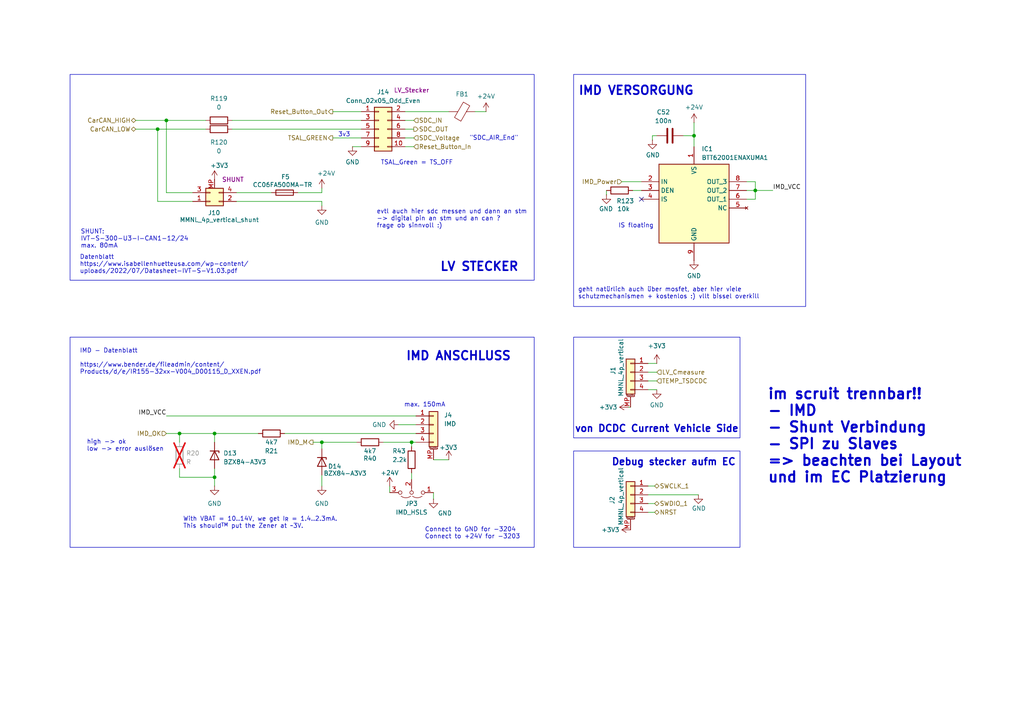
<source format=kicad_sch>
(kicad_sch
	(version 20231120)
	(generator "eeschema")
	(generator_version "8.0")
	(uuid "200fd554-4226-4e14-a1ce-db0521b00741")
	(paper "A4")
	(lib_symbols
		(symbol "BTT62001ENAXUMA1:BTT62001ENAXUMA1"
			(exclude_from_sim no)
			(in_bom yes)
			(on_board yes)
			(property "Reference" "IC"
				(at 26.67 7.62 0)
				(effects
					(font
						(size 1.27 1.27)
					)
					(justify left top)
				)
			)
			(property "Value" "BTT62001ENAXUMA1"
				(at 26.67 5.08 0)
				(effects
					(font
						(size 1.27 1.27)
					)
					(justify left top)
				)
			)
			(property "Footprint" "SOIC127P600X115-9N"
				(at 26.67 -94.92 0)
				(effects
					(font
						(size 1.27 1.27)
					)
					(justify left top)
					(hide yes)
				)
			)
			(property "Datasheet" "https://www.infineon.com/dgdl/Infineon-BTT6200-1ENA-DS-v01_00-EN.pdf?fileId=5546d462636cc8fb01645f3a31f312e9"
				(at 26.67 -194.92 0)
				(effects
					(font
						(size 1.27 1.27)
					)
					(justify left top)
					(hide yes)
				)
			)
			(property "Description" "Infineon PROFET"
				(at -2.54 5.334 0)
				(effects
					(font
						(size 1.27 1.27)
					)
					(hide yes)
				)
			)
			(property "Height" "1.15"
				(at 26.67 -394.92 0)
				(effects
					(font
						(size 1.27 1.27)
					)
					(justify left top)
					(hide yes)
				)
			)
			(property "Manufacturer_Name" "Infineon"
				(at 26.67 -494.92 0)
				(effects
					(font
						(size 1.27 1.27)
					)
					(justify left top)
					(hide yes)
				)
			)
			(property "Manufacturer_Part_Number" "BTT62001ENAXUMA1"
				(at 26.67 -594.92 0)
				(effects
					(font
						(size 1.27 1.27)
					)
					(justify left top)
					(hide yes)
				)
			)
			(property "Arrow Part Number" "BTT62001ENAXUMA1"
				(at 26.67 -694.92 0)
				(effects
					(font
						(size 1.27 1.27)
					)
					(justify left top)
					(hide yes)
				)
			)
			(property "Arrow Price/Stock" "https://www.arrow.com/en/products/btt62001enaxuma1/infineon-technologies-ag"
				(at 26.67 -794.92 0)
				(effects
					(font
						(size 1.27 1.27)
					)
					(justify left top)
					(hide yes)
				)
			)
			(symbol "BTT62001ENAXUMA1_1_1"
				(rectangle
					(start 5.08 2.54)
					(end 25.4 -20.32)
					(stroke
						(width 0.254)
						(type default)
					)
					(fill
						(type background)
					)
				)
				(pin passive line
					(at 15.24 7.62 270)
					(length 5.08)
					(name "VS"
						(effects
							(font
								(size 1.27 1.27)
							)
						)
					)
					(number "1"
						(effects
							(font
								(size 1.27 1.27)
							)
						)
					)
				)
				(pin passive line
					(at 0 -2.54 0)
					(length 5.08)
					(name "IN"
						(effects
							(font
								(size 1.27 1.27)
							)
						)
					)
					(number "2"
						(effects
							(font
								(size 1.27 1.27)
							)
						)
					)
				)
				(pin passive line
					(at 0 -5.08 0)
					(length 5.08)
					(name "DEN"
						(effects
							(font
								(size 1.27 1.27)
							)
						)
					)
					(number "3"
						(effects
							(font
								(size 1.27 1.27)
							)
						)
					)
				)
				(pin passive line
					(at 0 -7.62 0)
					(length 5.08)
					(name "IS"
						(effects
							(font
								(size 1.27 1.27)
							)
						)
					)
					(number "4"
						(effects
							(font
								(size 1.27 1.27)
							)
						)
					)
				)
				(pin no_connect line
					(at 30.48 -10.16 180)
					(length 5.08)
					(name "NC"
						(effects
							(font
								(size 1.27 1.27)
							)
						)
					)
					(number "5"
						(effects
							(font
								(size 1.27 1.27)
							)
						)
					)
				)
				(pin passive line
					(at 30.48 -7.62 180)
					(length 5.08)
					(name "OUT_1"
						(effects
							(font
								(size 1.27 1.27)
							)
						)
					)
					(number "6"
						(effects
							(font
								(size 1.27 1.27)
							)
						)
					)
				)
				(pin passive line
					(at 30.48 -5.08 180)
					(length 5.08)
					(name "OUT_2"
						(effects
							(font
								(size 1.27 1.27)
							)
						)
					)
					(number "7"
						(effects
							(font
								(size 1.27 1.27)
							)
						)
					)
				)
				(pin passive line
					(at 30.48 -2.54 180)
					(length 5.08)
					(name "OUT_3"
						(effects
							(font
								(size 1.27 1.27)
							)
						)
					)
					(number "8"
						(effects
							(font
								(size 1.27 1.27)
							)
						)
					)
				)
				(pin passive line
					(at 15.24 -25.4 90)
					(length 5.08)
					(name "GND"
						(effects
							(font
								(size 1.27 1.27)
							)
						)
					)
					(number "9"
						(effects
							(font
								(size 1.27 1.27)
							)
						)
					)
				)
			)
		)
		(symbol "Connector_Generic:Conn_02x05_Odd_Even"
			(pin_names
				(offset 1.016) hide)
			(exclude_from_sim no)
			(in_bom yes)
			(on_board yes)
			(property "Reference" "J"
				(at 1.27 7.62 0)
				(effects
					(font
						(size 1.27 1.27)
					)
				)
			)
			(property "Value" "Conn_02x05_Odd_Even"
				(at 1.27 -7.62 0)
				(effects
					(font
						(size 1.27 1.27)
					)
				)
			)
			(property "Footprint" ""
				(at 0 0 0)
				(effects
					(font
						(size 1.27 1.27)
					)
					(hide yes)
				)
			)
			(property "Datasheet" "~"
				(at 0 0 0)
				(effects
					(font
						(size 1.27 1.27)
					)
					(hide yes)
				)
			)
			(property "Description" "Generic connector, double row, 02x05, odd/even pin numbering scheme (row 1 odd numbers, row 2 even numbers), script generated (kicad-library-utils/schlib/autogen/connector/)"
				(at 0 0 0)
				(effects
					(font
						(size 1.27 1.27)
					)
					(hide yes)
				)
			)
			(property "ki_keywords" "connector"
				(at 0 0 0)
				(effects
					(font
						(size 1.27 1.27)
					)
					(hide yes)
				)
			)
			(property "ki_fp_filters" "Connector*:*_2x??_*"
				(at 0 0 0)
				(effects
					(font
						(size 1.27 1.27)
					)
					(hide yes)
				)
			)
			(symbol "Conn_02x05_Odd_Even_1_1"
				(rectangle
					(start -1.27 -4.953)
					(end 0 -5.207)
					(stroke
						(width 0.1524)
						(type default)
					)
					(fill
						(type none)
					)
				)
				(rectangle
					(start -1.27 -2.413)
					(end 0 -2.667)
					(stroke
						(width 0.1524)
						(type default)
					)
					(fill
						(type none)
					)
				)
				(rectangle
					(start -1.27 0.127)
					(end 0 -0.127)
					(stroke
						(width 0.1524)
						(type default)
					)
					(fill
						(type none)
					)
				)
				(rectangle
					(start -1.27 2.667)
					(end 0 2.413)
					(stroke
						(width 0.1524)
						(type default)
					)
					(fill
						(type none)
					)
				)
				(rectangle
					(start -1.27 5.207)
					(end 0 4.953)
					(stroke
						(width 0.1524)
						(type default)
					)
					(fill
						(type none)
					)
				)
				(rectangle
					(start -1.27 6.35)
					(end 3.81 -6.35)
					(stroke
						(width 0.254)
						(type default)
					)
					(fill
						(type background)
					)
				)
				(rectangle
					(start 3.81 -4.953)
					(end 2.54 -5.207)
					(stroke
						(width 0.1524)
						(type default)
					)
					(fill
						(type none)
					)
				)
				(rectangle
					(start 3.81 -2.413)
					(end 2.54 -2.667)
					(stroke
						(width 0.1524)
						(type default)
					)
					(fill
						(type none)
					)
				)
				(rectangle
					(start 3.81 0.127)
					(end 2.54 -0.127)
					(stroke
						(width 0.1524)
						(type default)
					)
					(fill
						(type none)
					)
				)
				(rectangle
					(start 3.81 2.667)
					(end 2.54 2.413)
					(stroke
						(width 0.1524)
						(type default)
					)
					(fill
						(type none)
					)
				)
				(rectangle
					(start 3.81 5.207)
					(end 2.54 4.953)
					(stroke
						(width 0.1524)
						(type default)
					)
					(fill
						(type none)
					)
				)
				(pin passive line
					(at -5.08 5.08 0)
					(length 3.81)
					(name "Pin_1"
						(effects
							(font
								(size 1.27 1.27)
							)
						)
					)
					(number "1"
						(effects
							(font
								(size 1.27 1.27)
							)
						)
					)
				)
				(pin passive line
					(at 7.62 -5.08 180)
					(length 3.81)
					(name "Pin_10"
						(effects
							(font
								(size 1.27 1.27)
							)
						)
					)
					(number "10"
						(effects
							(font
								(size 1.27 1.27)
							)
						)
					)
				)
				(pin passive line
					(at 7.62 5.08 180)
					(length 3.81)
					(name "Pin_2"
						(effects
							(font
								(size 1.27 1.27)
							)
						)
					)
					(number "2"
						(effects
							(font
								(size 1.27 1.27)
							)
						)
					)
				)
				(pin passive line
					(at -5.08 2.54 0)
					(length 3.81)
					(name "Pin_3"
						(effects
							(font
								(size 1.27 1.27)
							)
						)
					)
					(number "3"
						(effects
							(font
								(size 1.27 1.27)
							)
						)
					)
				)
				(pin passive line
					(at 7.62 2.54 180)
					(length 3.81)
					(name "Pin_4"
						(effects
							(font
								(size 1.27 1.27)
							)
						)
					)
					(number "4"
						(effects
							(font
								(size 1.27 1.27)
							)
						)
					)
				)
				(pin passive line
					(at -5.08 0 0)
					(length 3.81)
					(name "Pin_5"
						(effects
							(font
								(size 1.27 1.27)
							)
						)
					)
					(number "5"
						(effects
							(font
								(size 1.27 1.27)
							)
						)
					)
				)
				(pin passive line
					(at 7.62 0 180)
					(length 3.81)
					(name "Pin_6"
						(effects
							(font
								(size 1.27 1.27)
							)
						)
					)
					(number "6"
						(effects
							(font
								(size 1.27 1.27)
							)
						)
					)
				)
				(pin passive line
					(at -5.08 -2.54 0)
					(length 3.81)
					(name "Pin_7"
						(effects
							(font
								(size 1.27 1.27)
							)
						)
					)
					(number "7"
						(effects
							(font
								(size 1.27 1.27)
							)
						)
					)
				)
				(pin passive line
					(at 7.62 -2.54 180)
					(length 3.81)
					(name "Pin_8"
						(effects
							(font
								(size 1.27 1.27)
							)
						)
					)
					(number "8"
						(effects
							(font
								(size 1.27 1.27)
							)
						)
					)
				)
				(pin passive line
					(at -5.08 -5.08 0)
					(length 3.81)
					(name "Pin_9"
						(effects
							(font
								(size 1.27 1.27)
							)
						)
					)
					(number "9"
						(effects
							(font
								(size 1.27 1.27)
							)
						)
					)
				)
			)
		)
		(symbol "Connector_Generic_MountingPin:Conn_01x04_MountingPin"
			(pin_names
				(offset 1.016) hide)
			(exclude_from_sim no)
			(in_bom yes)
			(on_board yes)
			(property "Reference" "J"
				(at 0 5.08 0)
				(effects
					(font
						(size 1.27 1.27)
					)
				)
			)
			(property "Value" "Conn_01x04_MountingPin"
				(at 1.27 -7.62 0)
				(effects
					(font
						(size 1.27 1.27)
					)
					(justify left)
				)
			)
			(property "Footprint" ""
				(at 0 0 0)
				(effects
					(font
						(size 1.27 1.27)
					)
					(hide yes)
				)
			)
			(property "Datasheet" "~"
				(at 0 0 0)
				(effects
					(font
						(size 1.27 1.27)
					)
					(hide yes)
				)
			)
			(property "Description" "Generic connectable mounting pin connector, single row, 01x04, script generated (kicad-library-utils/schlib/autogen/connector/)"
				(at 0 0 0)
				(effects
					(font
						(size 1.27 1.27)
					)
					(hide yes)
				)
			)
			(property "ki_keywords" "connector"
				(at 0 0 0)
				(effects
					(font
						(size 1.27 1.27)
					)
					(hide yes)
				)
			)
			(property "ki_fp_filters" "Connector*:*_1x??-1MP*"
				(at 0 0 0)
				(effects
					(font
						(size 1.27 1.27)
					)
					(hide yes)
				)
			)
			(symbol "Conn_01x04_MountingPin_1_1"
				(rectangle
					(start -1.27 -4.953)
					(end 0 -5.207)
					(stroke
						(width 0.1524)
						(type default)
					)
					(fill
						(type none)
					)
				)
				(rectangle
					(start -1.27 -2.413)
					(end 0 -2.667)
					(stroke
						(width 0.1524)
						(type default)
					)
					(fill
						(type none)
					)
				)
				(rectangle
					(start -1.27 0.127)
					(end 0 -0.127)
					(stroke
						(width 0.1524)
						(type default)
					)
					(fill
						(type none)
					)
				)
				(rectangle
					(start -1.27 2.667)
					(end 0 2.413)
					(stroke
						(width 0.1524)
						(type default)
					)
					(fill
						(type none)
					)
				)
				(rectangle
					(start -1.27 3.81)
					(end 1.27 -6.35)
					(stroke
						(width 0.254)
						(type default)
					)
					(fill
						(type background)
					)
				)
				(polyline
					(pts
						(xy -1.016 -7.112) (xy 1.016 -7.112)
					)
					(stroke
						(width 0.1524)
						(type default)
					)
					(fill
						(type none)
					)
				)
				(text "Mounting"
					(at 0 -6.731 0)
					(effects
						(font
							(size 0.381 0.381)
						)
					)
				)
				(pin passive line
					(at -5.08 2.54 0)
					(length 3.81)
					(name "Pin_1"
						(effects
							(font
								(size 1.27 1.27)
							)
						)
					)
					(number "1"
						(effects
							(font
								(size 1.27 1.27)
							)
						)
					)
				)
				(pin passive line
					(at -5.08 0 0)
					(length 3.81)
					(name "Pin_2"
						(effects
							(font
								(size 1.27 1.27)
							)
						)
					)
					(number "2"
						(effects
							(font
								(size 1.27 1.27)
							)
						)
					)
				)
				(pin passive line
					(at -5.08 -2.54 0)
					(length 3.81)
					(name "Pin_3"
						(effects
							(font
								(size 1.27 1.27)
							)
						)
					)
					(number "3"
						(effects
							(font
								(size 1.27 1.27)
							)
						)
					)
				)
				(pin passive line
					(at -5.08 -5.08 0)
					(length 3.81)
					(name "Pin_4"
						(effects
							(font
								(size 1.27 1.27)
							)
						)
					)
					(number "4"
						(effects
							(font
								(size 1.27 1.27)
							)
						)
					)
				)
				(pin passive line
					(at 0 -10.16 90)
					(length 3.048)
					(name "MountPin"
						(effects
							(font
								(size 1.27 1.27)
							)
						)
					)
					(number "MP"
						(effects
							(font
								(size 1.27 1.27)
							)
						)
					)
				)
			)
		)
		(symbol "Device:C"
			(pin_numbers hide)
			(pin_names
				(offset 0.254)
			)
			(exclude_from_sim no)
			(in_bom yes)
			(on_board yes)
			(property "Reference" "C"
				(at 0.635 2.54 0)
				(effects
					(font
						(size 1.27 1.27)
					)
					(justify left)
				)
			)
			(property "Value" "C"
				(at 0.635 -2.54 0)
				(effects
					(font
						(size 1.27 1.27)
					)
					(justify left)
				)
			)
			(property "Footprint" ""
				(at 0.9652 -3.81 0)
				(effects
					(font
						(size 1.27 1.27)
					)
					(hide yes)
				)
			)
			(property "Datasheet" "~"
				(at 0 0 0)
				(effects
					(font
						(size 1.27 1.27)
					)
					(hide yes)
				)
			)
			(property "Description" "Unpolarized capacitor"
				(at 0 0 0)
				(effects
					(font
						(size 1.27 1.27)
					)
					(hide yes)
				)
			)
			(property "ki_keywords" "cap capacitor"
				(at 0 0 0)
				(effects
					(font
						(size 1.27 1.27)
					)
					(hide yes)
				)
			)
			(property "ki_fp_filters" "C_*"
				(at 0 0 0)
				(effects
					(font
						(size 1.27 1.27)
					)
					(hide yes)
				)
			)
			(symbol "C_0_1"
				(polyline
					(pts
						(xy -2.032 -0.762) (xy 2.032 -0.762)
					)
					(stroke
						(width 0.508)
						(type default)
					)
					(fill
						(type none)
					)
				)
				(polyline
					(pts
						(xy -2.032 0.762) (xy 2.032 0.762)
					)
					(stroke
						(width 0.508)
						(type default)
					)
					(fill
						(type none)
					)
				)
			)
			(symbol "C_1_1"
				(pin passive line
					(at 0 3.81 270)
					(length 2.794)
					(name "~"
						(effects
							(font
								(size 1.27 1.27)
							)
						)
					)
					(number "1"
						(effects
							(font
								(size 1.27 1.27)
							)
						)
					)
				)
				(pin passive line
					(at 0 -3.81 90)
					(length 2.794)
					(name "~"
						(effects
							(font
								(size 1.27 1.27)
							)
						)
					)
					(number "2"
						(effects
							(font
								(size 1.27 1.27)
							)
						)
					)
				)
			)
		)
		(symbol "Device:FerriteBead"
			(pin_numbers hide)
			(pin_names
				(offset 0)
			)
			(exclude_from_sim no)
			(in_bom yes)
			(on_board yes)
			(property "Reference" "FB"
				(at -3.81 0.635 90)
				(effects
					(font
						(size 1.27 1.27)
					)
				)
			)
			(property "Value" "FerriteBead"
				(at 3.81 0 90)
				(effects
					(font
						(size 1.27 1.27)
					)
				)
			)
			(property "Footprint" ""
				(at -1.778 0 90)
				(effects
					(font
						(size 1.27 1.27)
					)
					(hide yes)
				)
			)
			(property "Datasheet" "~"
				(at 0 0 0)
				(effects
					(font
						(size 1.27 1.27)
					)
					(hide yes)
				)
			)
			(property "Description" "Ferrite bead"
				(at 0 0 0)
				(effects
					(font
						(size 1.27 1.27)
					)
					(hide yes)
				)
			)
			(property "ki_keywords" "L ferrite bead inductor filter"
				(at 0 0 0)
				(effects
					(font
						(size 1.27 1.27)
					)
					(hide yes)
				)
			)
			(property "ki_fp_filters" "Inductor_* L_* *Ferrite*"
				(at 0 0 0)
				(effects
					(font
						(size 1.27 1.27)
					)
					(hide yes)
				)
			)
			(symbol "FerriteBead_0_1"
				(polyline
					(pts
						(xy 0 -1.27) (xy 0 -1.2192)
					)
					(stroke
						(width 0)
						(type default)
					)
					(fill
						(type none)
					)
				)
				(polyline
					(pts
						(xy 0 1.27) (xy 0 1.2954)
					)
					(stroke
						(width 0)
						(type default)
					)
					(fill
						(type none)
					)
				)
				(polyline
					(pts
						(xy -2.7686 0.4064) (xy -1.7018 2.2606) (xy 2.7686 -0.3048) (xy 1.6764 -2.159) (xy -2.7686 0.4064)
					)
					(stroke
						(width 0)
						(type default)
					)
					(fill
						(type none)
					)
				)
			)
			(symbol "FerriteBead_1_1"
				(pin passive line
					(at 0 3.81 270)
					(length 2.54)
					(name "~"
						(effects
							(font
								(size 1.27 1.27)
							)
						)
					)
					(number "1"
						(effects
							(font
								(size 1.27 1.27)
							)
						)
					)
				)
				(pin passive line
					(at 0 -3.81 90)
					(length 2.54)
					(name "~"
						(effects
							(font
								(size 1.27 1.27)
							)
						)
					)
					(number "2"
						(effects
							(font
								(size 1.27 1.27)
							)
						)
					)
				)
			)
		)
		(symbol "Device:Fuse"
			(pin_numbers hide)
			(pin_names
				(offset 0)
			)
			(exclude_from_sim no)
			(in_bom yes)
			(on_board yes)
			(property "Reference" "F"
				(at 2.032 0 90)
				(effects
					(font
						(size 1.27 1.27)
					)
				)
			)
			(property "Value" "Fuse"
				(at -1.905 0 90)
				(effects
					(font
						(size 1.27 1.27)
					)
				)
			)
			(property "Footprint" ""
				(at -1.778 0 90)
				(effects
					(font
						(size 1.27 1.27)
					)
					(hide yes)
				)
			)
			(property "Datasheet" "~"
				(at 0 0 0)
				(effects
					(font
						(size 1.27 1.27)
					)
					(hide yes)
				)
			)
			(property "Description" "Fuse"
				(at 0 0 0)
				(effects
					(font
						(size 1.27 1.27)
					)
					(hide yes)
				)
			)
			(property "ki_keywords" "fuse"
				(at 0 0 0)
				(effects
					(font
						(size 1.27 1.27)
					)
					(hide yes)
				)
			)
			(property "ki_fp_filters" "*Fuse*"
				(at 0 0 0)
				(effects
					(font
						(size 1.27 1.27)
					)
					(hide yes)
				)
			)
			(symbol "Fuse_0_1"
				(rectangle
					(start -0.762 -2.54)
					(end 0.762 2.54)
					(stroke
						(width 0.254)
						(type default)
					)
					(fill
						(type none)
					)
				)
				(polyline
					(pts
						(xy 0 2.54) (xy 0 -2.54)
					)
					(stroke
						(width 0)
						(type default)
					)
					(fill
						(type none)
					)
				)
			)
			(symbol "Fuse_1_1"
				(pin passive line
					(at 0 3.81 270)
					(length 1.27)
					(name "~"
						(effects
							(font
								(size 1.27 1.27)
							)
						)
					)
					(number "1"
						(effects
							(font
								(size 1.27 1.27)
							)
						)
					)
				)
				(pin passive line
					(at 0 -3.81 90)
					(length 1.27)
					(name "~"
						(effects
							(font
								(size 1.27 1.27)
							)
						)
					)
					(number "2"
						(effects
							(font
								(size 1.27 1.27)
							)
						)
					)
				)
			)
		)
		(symbol "Device:R"
			(pin_numbers hide)
			(pin_names
				(offset 0)
			)
			(exclude_from_sim no)
			(in_bom yes)
			(on_board yes)
			(property "Reference" "R"
				(at 2.032 0 90)
				(effects
					(font
						(size 1.27 1.27)
					)
				)
			)
			(property "Value" "R"
				(at 0 0 90)
				(effects
					(font
						(size 1.27 1.27)
					)
				)
			)
			(property "Footprint" ""
				(at -1.778 0 90)
				(effects
					(font
						(size 1.27 1.27)
					)
					(hide yes)
				)
			)
			(property "Datasheet" "~"
				(at 0 0 0)
				(effects
					(font
						(size 1.27 1.27)
					)
					(hide yes)
				)
			)
			(property "Description" "Resistor"
				(at 0 0 0)
				(effects
					(font
						(size 1.27 1.27)
					)
					(hide yes)
				)
			)
			(property "ki_keywords" "R res resistor"
				(at 0 0 0)
				(effects
					(font
						(size 1.27 1.27)
					)
					(hide yes)
				)
			)
			(property "ki_fp_filters" "R_*"
				(at 0 0 0)
				(effects
					(font
						(size 1.27 1.27)
					)
					(hide yes)
				)
			)
			(symbol "R_0_1"
				(rectangle
					(start -1.016 -2.54)
					(end 1.016 2.54)
					(stroke
						(width 0.254)
						(type default)
					)
					(fill
						(type none)
					)
				)
			)
			(symbol "R_1_1"
				(pin passive line
					(at 0 3.81 270)
					(length 1.27)
					(name "~"
						(effects
							(font
								(size 1.27 1.27)
							)
						)
					)
					(number "1"
						(effects
							(font
								(size 1.27 1.27)
							)
						)
					)
				)
				(pin passive line
					(at 0 -3.81 90)
					(length 1.27)
					(name "~"
						(effects
							(font
								(size 1.27 1.27)
							)
						)
					)
					(number "2"
						(effects
							(font
								(size 1.27 1.27)
							)
						)
					)
				)
			)
		)
		(symbol "Jumper:Jumper_3_Open"
			(pin_names
				(offset 0) hide)
			(exclude_from_sim no)
			(in_bom yes)
			(on_board yes)
			(property "Reference" "JP"
				(at -2.54 -2.54 0)
				(effects
					(font
						(size 1.27 1.27)
					)
				)
			)
			(property "Value" "Jumper_3_Open"
				(at 0 2.794 0)
				(effects
					(font
						(size 1.27 1.27)
					)
				)
			)
			(property "Footprint" ""
				(at 0 0 0)
				(effects
					(font
						(size 1.27 1.27)
					)
					(hide yes)
				)
			)
			(property "Datasheet" "~"
				(at 0 0 0)
				(effects
					(font
						(size 1.27 1.27)
					)
					(hide yes)
				)
			)
			(property "Description" "Jumper, 3-pole, both open"
				(at 0 0 0)
				(effects
					(font
						(size 1.27 1.27)
					)
					(hide yes)
				)
			)
			(property "ki_keywords" "Jumper SPDT"
				(at 0 0 0)
				(effects
					(font
						(size 1.27 1.27)
					)
					(hide yes)
				)
			)
			(property "ki_fp_filters" "Jumper* TestPoint*3Pads* TestPoint*Bridge*"
				(at 0 0 0)
				(effects
					(font
						(size 1.27 1.27)
					)
					(hide yes)
				)
			)
			(symbol "Jumper_3_Open_0_0"
				(circle
					(center -3.302 0)
					(radius 0.508)
					(stroke
						(width 0)
						(type default)
					)
					(fill
						(type none)
					)
				)
				(circle
					(center 0 0)
					(radius 0.508)
					(stroke
						(width 0)
						(type default)
					)
					(fill
						(type none)
					)
				)
				(circle
					(center 3.302 0)
					(radius 0.508)
					(stroke
						(width 0)
						(type default)
					)
					(fill
						(type none)
					)
				)
			)
			(symbol "Jumper_3_Open_0_1"
				(arc
					(start -0.254 1.016)
					(mid -1.651 1.4992)
					(end -3.048 1.016)
					(stroke
						(width 0)
						(type default)
					)
					(fill
						(type none)
					)
				)
				(polyline
					(pts
						(xy 0 -0.508) (xy 0 -1.27)
					)
					(stroke
						(width 0)
						(type default)
					)
					(fill
						(type none)
					)
				)
				(arc
					(start 3.048 1.016)
					(mid 1.651 1.4992)
					(end 0.254 1.016)
					(stroke
						(width 0)
						(type default)
					)
					(fill
						(type none)
					)
				)
			)
			(symbol "Jumper_3_Open_1_1"
				(pin passive line
					(at -6.35 0 0)
					(length 2.54)
					(name "A"
						(effects
							(font
								(size 1.27 1.27)
							)
						)
					)
					(number "1"
						(effects
							(font
								(size 1.27 1.27)
							)
						)
					)
				)
				(pin passive line
					(at 0 -3.81 90)
					(length 2.54)
					(name "C"
						(effects
							(font
								(size 1.27 1.27)
							)
						)
					)
					(number "2"
						(effects
							(font
								(size 1.27 1.27)
							)
						)
					)
				)
				(pin passive line
					(at 6.35 0 180)
					(length 2.54)
					(name "B"
						(effects
							(font
								(size 1.27 1.27)
							)
						)
					)
					(number "3"
						(effects
							(font
								(size 1.27 1.27)
							)
						)
					)
				)
			)
		)
		(symbol "Master:BZX84-A3V3"
			(pin_numbers hide)
			(pin_names
				(offset 1.016) hide)
			(exclude_from_sim no)
			(in_bom yes)
			(on_board yes)
			(property "Reference" "D"
				(at 0 2.54 0)
				(effects
					(font
						(size 1.27 1.27)
					)
				)
			)
			(property "Value" "BZX84-A3V3"
				(at 0 -2.54 0)
				(effects
					(font
						(size 1.27 1.27)
					)
				)
			)
			(property "Footprint" "Package_TO_SOT_SMD:SOT-23-3"
				(at 0 5.08 0)
				(effects
					(font
						(size 1.27 1.27)
					)
					(hide yes)
				)
			)
			(property "Datasheet" "~"
				(at 0 0 0)
				(effects
					(font
						(size 1.27 1.27)
					)
					(hide yes)
				)
			)
			(property "Description" "Zener diode 3.3V SOT-23"
				(at 0 0 0)
				(effects
					(font
						(size 1.27 1.27)
					)
					(hide yes)
				)
			)
			(property "ki_keywords" "diode"
				(at 0 0 0)
				(effects
					(font
						(size 1.27 1.27)
					)
					(hide yes)
				)
			)
			(property "ki_fp_filters" "TO-???* *_Diode_* *SingleDiode* D_*"
				(at 0 0 0)
				(effects
					(font
						(size 1.27 1.27)
					)
					(hide yes)
				)
			)
			(symbol "BZX84-A3V3_0_1"
				(polyline
					(pts
						(xy 1.27 0) (xy -1.27 0)
					)
					(stroke
						(width 0)
						(type default)
					)
					(fill
						(type none)
					)
				)
				(polyline
					(pts
						(xy -1.27 -1.27) (xy -1.27 1.27) (xy -0.762 1.27)
					)
					(stroke
						(width 0.254)
						(type default)
					)
					(fill
						(type none)
					)
				)
				(polyline
					(pts
						(xy 1.27 -1.27) (xy 1.27 1.27) (xy -1.27 0) (xy 1.27 -1.27)
					)
					(stroke
						(width 0.254)
						(type default)
					)
					(fill
						(type none)
					)
				)
			)
			(symbol "BZX84-A3V3_1_1"
				(pin passive line
					(at 3.81 0 180)
					(length 2.54)
					(name "A"
						(effects
							(font
								(size 1.27 1.27)
							)
						)
					)
					(number "1"
						(effects
							(font
								(size 1.27 1.27)
							)
						)
					)
				)
				(pin passive line
					(at -3.81 0 0)
					(length 2.54)
					(name "K"
						(effects
							(font
								(size 1.27 1.27)
							)
						)
					)
					(number "3"
						(effects
							(font
								(size 1.27 1.27)
							)
						)
					)
				)
			)
		)
		(symbol "Master:MMNL_2x2p_vertical"
			(pin_names
				(offset 1.016) hide)
			(exclude_from_sim no)
			(in_bom yes)
			(on_board yes)
			(property "Reference" "J"
				(at 1.27 2.54 0)
				(effects
					(font
						(size 1.27 1.27)
					)
				)
			)
			(property "Value" "MMNL_2x2p_vertical"
				(at 1.27 -5.08 0)
				(effects
					(font
						(size 1.27 1.27)
					)
				)
			)
			(property "Footprint" "FaSTTUBe_connectors:Micro_Mate-N-Lok_2x2p_vertical"
				(at 2.54 -7.112 0)
				(effects
					(font
						(size 1.27 1.27)
					)
					(hide yes)
				)
			)
			(property "Datasheet" "~"
				(at 0 0 0)
				(effects
					(font
						(size 1.27 1.27)
					)
					(hide yes)
				)
			)
			(property "Description" "Generic connector, double row, 02x02, odd/even pin numbering scheme (row 1 odd numbers, row 2 even numbers), script generated (kicad-library-utils/schlib/autogen/connector/)"
				(at 2.032 -9.398 0)
				(effects
					(font
						(size 1.27 1.27)
					)
					(hide yes)
				)
			)
			(property "ki_keywords" "connector"
				(at 0 0 0)
				(effects
					(font
						(size 1.27 1.27)
					)
					(hide yes)
				)
			)
			(property "ki_fp_filters" "Connector*:*_2x??_*"
				(at 0 0 0)
				(effects
					(font
						(size 1.27 1.27)
					)
					(hide yes)
				)
			)
			(symbol "MMNL_2x2p_vertical_1_1"
				(rectangle
					(start -1.27 -2.413)
					(end 0 -2.667)
					(stroke
						(width 0.1524)
						(type default)
					)
					(fill
						(type none)
					)
				)
				(rectangle
					(start -1.27 0.127)
					(end 0 -0.127)
					(stroke
						(width 0.1524)
						(type default)
					)
					(fill
						(type none)
					)
				)
				(rectangle
					(start -1.27 1.27)
					(end 3.81 -3.81)
					(stroke
						(width 0.254)
						(type default)
					)
					(fill
						(type background)
					)
				)
				(rectangle
					(start 3.81 -2.413)
					(end 2.54 -2.667)
					(stroke
						(width 0.1524)
						(type default)
					)
					(fill
						(type none)
					)
				)
				(rectangle
					(start 3.81 0.127)
					(end 2.54 -0.127)
					(stroke
						(width 0.1524)
						(type default)
					)
					(fill
						(type none)
					)
				)
				(pin passive line
					(at -5.08 0 0)
					(length 3.81)
					(name "Pin_1"
						(effects
							(font
								(size 1.27 1.27)
							)
						)
					)
					(number "1"
						(effects
							(font
								(size 1.27 1.27)
							)
						)
					)
				)
				(pin passive line
					(at 7.62 0 180)
					(length 3.81)
					(name "Pin_2"
						(effects
							(font
								(size 1.27 1.27)
							)
						)
					)
					(number "2"
						(effects
							(font
								(size 1.27 1.27)
							)
						)
					)
				)
				(pin passive line
					(at -5.08 -2.54 0)
					(length 3.81)
					(name "Pin_3"
						(effects
							(font
								(size 1.27 1.27)
							)
						)
					)
					(number "3"
						(effects
							(font
								(size 1.27 1.27)
							)
						)
					)
				)
				(pin passive line
					(at 7.62 -2.54 180)
					(length 3.81)
					(name "Pin_4"
						(effects
							(font
								(size 1.27 1.27)
							)
						)
					)
					(number "4"
						(effects
							(font
								(size 1.27 1.27)
							)
						)
					)
				)
				(pin passive line
					(at 1.27 -6.35 90)
					(length 2.54)
					(name ""
						(effects
							(font
								(size 1.27 1.27)
							)
						)
					)
					(number "MP"
						(effects
							(font
								(size 1.27 1.27)
							)
						)
					)
				)
			)
		)
		(symbol "power:+12V"
			(power)
			(pin_numbers hide)
			(pin_names
				(offset 0) hide)
			(exclude_from_sim no)
			(in_bom yes)
			(on_board yes)
			(property "Reference" "#PWR"
				(at 0 -3.81 0)
				(effects
					(font
						(size 1.27 1.27)
					)
					(hide yes)
				)
			)
			(property "Value" "+12V"
				(at 0 3.556 0)
				(effects
					(font
						(size 1.27 1.27)
					)
				)
			)
			(property "Footprint" ""
				(at 0 0 0)
				(effects
					(font
						(size 1.27 1.27)
					)
					(hide yes)
				)
			)
			(property "Datasheet" ""
				(at 0 0 0)
				(effects
					(font
						(size 1.27 1.27)
					)
					(hide yes)
				)
			)
			(property "Description" "Power symbol creates a global label with name \"+12V\""
				(at 0 0 0)
				(effects
					(font
						(size 1.27 1.27)
					)
					(hide yes)
				)
			)
			(property "ki_keywords" "global power"
				(at 0 0 0)
				(effects
					(font
						(size 1.27 1.27)
					)
					(hide yes)
				)
			)
			(symbol "+12V_0_1"
				(polyline
					(pts
						(xy -0.762 1.27) (xy 0 2.54)
					)
					(stroke
						(width 0)
						(type default)
					)
					(fill
						(type none)
					)
				)
				(polyline
					(pts
						(xy 0 0) (xy 0 2.54)
					)
					(stroke
						(width 0)
						(type default)
					)
					(fill
						(type none)
					)
				)
				(polyline
					(pts
						(xy 0 2.54) (xy 0.762 1.27)
					)
					(stroke
						(width 0)
						(type default)
					)
					(fill
						(type none)
					)
				)
			)
			(symbol "+12V_1_1"
				(pin power_in line
					(at 0 0 90)
					(length 0)
					(name "~"
						(effects
							(font
								(size 1.27 1.27)
							)
						)
					)
					(number "1"
						(effects
							(font
								(size 1.27 1.27)
							)
						)
					)
				)
			)
		)
		(symbol "power:+24V"
			(power)
			(pin_numbers hide)
			(pin_names
				(offset 0) hide)
			(exclude_from_sim no)
			(in_bom yes)
			(on_board yes)
			(property "Reference" "#PWR"
				(at 0 -3.81 0)
				(effects
					(font
						(size 1.27 1.27)
					)
					(hide yes)
				)
			)
			(property "Value" "+24V"
				(at 0 3.556 0)
				(effects
					(font
						(size 1.27 1.27)
					)
				)
			)
			(property "Footprint" ""
				(at 0 0 0)
				(effects
					(font
						(size 1.27 1.27)
					)
					(hide yes)
				)
			)
			(property "Datasheet" ""
				(at 0 0 0)
				(effects
					(font
						(size 1.27 1.27)
					)
					(hide yes)
				)
			)
			(property "Description" "Power symbol creates a global label with name \"+24V\""
				(at 0 0 0)
				(effects
					(font
						(size 1.27 1.27)
					)
					(hide yes)
				)
			)
			(property "ki_keywords" "global power"
				(at 0 0 0)
				(effects
					(font
						(size 1.27 1.27)
					)
					(hide yes)
				)
			)
			(symbol "+24V_0_1"
				(polyline
					(pts
						(xy -0.762 1.27) (xy 0 2.54)
					)
					(stroke
						(width 0)
						(type default)
					)
					(fill
						(type none)
					)
				)
				(polyline
					(pts
						(xy 0 0) (xy 0 2.54)
					)
					(stroke
						(width 0)
						(type default)
					)
					(fill
						(type none)
					)
				)
				(polyline
					(pts
						(xy 0 2.54) (xy 0.762 1.27)
					)
					(stroke
						(width 0)
						(type default)
					)
					(fill
						(type none)
					)
				)
			)
			(symbol "+24V_1_1"
				(pin power_in line
					(at 0 0 90)
					(length 0)
					(name "~"
						(effects
							(font
								(size 1.27 1.27)
							)
						)
					)
					(number "1"
						(effects
							(font
								(size 1.27 1.27)
							)
						)
					)
				)
			)
		)
		(symbol "power:+3V3"
			(power)
			(pin_numbers hide)
			(pin_names
				(offset 0) hide)
			(exclude_from_sim no)
			(in_bom yes)
			(on_board yes)
			(property "Reference" "#PWR"
				(at 0 -3.81 0)
				(effects
					(font
						(size 1.27 1.27)
					)
					(hide yes)
				)
			)
			(property "Value" "+3V3"
				(at 0 3.556 0)
				(effects
					(font
						(size 1.27 1.27)
					)
				)
			)
			(property "Footprint" ""
				(at 0 0 0)
				(effects
					(font
						(size 1.27 1.27)
					)
					(hide yes)
				)
			)
			(property "Datasheet" ""
				(at 0 0 0)
				(effects
					(font
						(size 1.27 1.27)
					)
					(hide yes)
				)
			)
			(property "Description" "Power symbol creates a global label with name \"+3V3\""
				(at 0 0 0)
				(effects
					(font
						(size 1.27 1.27)
					)
					(hide yes)
				)
			)
			(property "ki_keywords" "global power"
				(at 0 0 0)
				(effects
					(font
						(size 1.27 1.27)
					)
					(hide yes)
				)
			)
			(symbol "+3V3_0_1"
				(polyline
					(pts
						(xy -0.762 1.27) (xy 0 2.54)
					)
					(stroke
						(width 0)
						(type default)
					)
					(fill
						(type none)
					)
				)
				(polyline
					(pts
						(xy 0 0) (xy 0 2.54)
					)
					(stroke
						(width 0)
						(type default)
					)
					(fill
						(type none)
					)
				)
				(polyline
					(pts
						(xy 0 2.54) (xy 0.762 1.27)
					)
					(stroke
						(width 0)
						(type default)
					)
					(fill
						(type none)
					)
				)
			)
			(symbol "+3V3_1_1"
				(pin power_in line
					(at 0 0 90)
					(length 0)
					(name "~"
						(effects
							(font
								(size 1.27 1.27)
							)
						)
					)
					(number "1"
						(effects
							(font
								(size 1.27 1.27)
							)
						)
					)
				)
			)
		)
		(symbol "power:GND"
			(power)
			(pin_numbers hide)
			(pin_names
				(offset 0) hide)
			(exclude_from_sim no)
			(in_bom yes)
			(on_board yes)
			(property "Reference" "#PWR"
				(at 0 -6.35 0)
				(effects
					(font
						(size 1.27 1.27)
					)
					(hide yes)
				)
			)
			(property "Value" "GND"
				(at 0 -3.81 0)
				(effects
					(font
						(size 1.27 1.27)
					)
				)
			)
			(property "Footprint" ""
				(at 0 0 0)
				(effects
					(font
						(size 1.27 1.27)
					)
					(hide yes)
				)
			)
			(property "Datasheet" ""
				(at 0 0 0)
				(effects
					(font
						(size 1.27 1.27)
					)
					(hide yes)
				)
			)
			(property "Description" "Power symbol creates a global label with name \"GND\" , ground"
				(at 0 0 0)
				(effects
					(font
						(size 1.27 1.27)
					)
					(hide yes)
				)
			)
			(property "ki_keywords" "global power"
				(at 0 0 0)
				(effects
					(font
						(size 1.27 1.27)
					)
					(hide yes)
				)
			)
			(symbol "GND_0_1"
				(polyline
					(pts
						(xy 0 0) (xy 0 -1.27) (xy 1.27 -1.27) (xy 0 -2.54) (xy -1.27 -1.27) (xy 0 -1.27)
					)
					(stroke
						(width 0)
						(type default)
					)
					(fill
						(type none)
					)
				)
			)
			(symbol "GND_1_1"
				(pin power_in line
					(at 0 0 270)
					(length 0)
					(name "~"
						(effects
							(font
								(size 1.27 1.27)
							)
						)
					)
					(number "1"
						(effects
							(font
								(size 1.27 1.27)
							)
						)
					)
				)
			)
		)
	)
	(junction
		(at 52.07 125.73)
		(diameter 0)
		(color 0 0 0 0)
		(uuid "19072f10-ee5a-4b22-866e-df3b513352af")
	)
	(junction
		(at 93.345 128.27)
		(diameter 0)
		(color 0 0 0 0)
		(uuid "42343a46-3f07-428a-bf16-87efa8edff8c")
	)
	(junction
		(at 48.26 34.925)
		(diameter 0)
		(color 0 0 0 0)
		(uuid "4769e45c-17ba-4922-b819-a8e35fb3acc2")
	)
	(junction
		(at 219.075 55.245)
		(diameter 0)
		(color 0 0 0 0)
		(uuid "6eb95d5a-70b5-4668-b223-c8726612b6e7")
	)
	(junction
		(at 62.23 138.43)
		(diameter 0)
		(color 0 0 0 0)
		(uuid "93b1b874-e97f-47cf-b2c6-2e87d002f9cf")
	)
	(junction
		(at 201.295 39.37)
		(diameter 0)
		(color 0 0 0 0)
		(uuid "adbc9845-3c94-4ee5-93b5-dad7fa542b18")
	)
	(junction
		(at 62.23 125.73)
		(diameter 0)
		(color 0 0 0 0)
		(uuid "d4ac3df1-5e23-4aaa-ab12-71161d937d30")
	)
	(junction
		(at 119.38 128.27)
		(diameter 0)
		(color 0 0 0 0)
		(uuid "ed35cf1b-2ef9-4b44-b8e6-06c905269c9b")
	)
	(junction
		(at 45.72 37.465)
		(diameter 0)
		(color 0 0 0 0)
		(uuid "f497c29c-fe32-4760-93b5-0c99773088aa")
	)
	(no_connect
		(at 186.055 57.785)
		(uuid "3e9e0879-cd00-495f-bae5-53fa16f0f4cb")
	)
	(wire
		(pts
			(xy 93.345 55.88) (xy 86.36 55.88)
		)
		(stroke
			(width 0)
			(type default)
		)
		(uuid "0255bc4f-36a3-4788-8032-6c8b69c1750e")
	)
	(wire
		(pts
			(xy 48.26 34.925) (xy 59.69 34.925)
		)
		(stroke
			(width 0)
			(type default)
		)
		(uuid "0799e8c7-0f92-4b61-97c2-550cf9627324")
	)
	(wire
		(pts
			(xy 219.075 55.245) (xy 216.535 55.245)
		)
		(stroke
			(width 0)
			(type default)
		)
		(uuid "0db18b39-d9c5-4aac-b3dd-f8a9d98eb556")
	)
	(wire
		(pts
			(xy 68.58 55.88) (xy 78.74 55.88)
		)
		(stroke
			(width 0)
			(type default)
		)
		(uuid "1c0154b9-0327-45d8-825d-2b767943d664")
	)
	(wire
		(pts
			(xy 45.72 37.465) (xy 59.69 37.465)
		)
		(stroke
			(width 0)
			(type default)
		)
		(uuid "1f83c307-9184-4452-885a-9ef3548cf41c")
	)
	(wire
		(pts
			(xy 48.26 34.925) (xy 48.26 55.88)
		)
		(stroke
			(width 0)
			(type default)
		)
		(uuid "223afdb1-54b8-4708-a73f-4c87cf9232dc")
	)
	(wire
		(pts
			(xy 62.23 125.73) (xy 62.23 128.27)
		)
		(stroke
			(width 0)
			(type default)
		)
		(uuid "231aadfb-dd2a-4d9d-b80c-98d50e0763d9")
	)
	(wire
		(pts
			(xy 93.345 58.42) (xy 68.58 58.42)
		)
		(stroke
			(width 0)
			(type default)
		)
		(uuid "29e9c02a-14a3-4fc5-a05b-8b2cf24518b9")
	)
	(wire
		(pts
			(xy 219.075 52.705) (xy 219.075 55.245)
		)
		(stroke
			(width 0)
			(type default)
		)
		(uuid "32986fc9-cb07-4b8b-81c0-599312b0485a")
	)
	(wire
		(pts
			(xy 120.015 37.465) (xy 117.475 37.465)
		)
		(stroke
			(width 0)
			(type default)
		)
		(uuid "347a1e79-8e4b-4212-a960-6fb89efef66b")
	)
	(wire
		(pts
			(xy 216.535 52.705) (xy 219.075 52.705)
		)
		(stroke
			(width 0)
			(type default)
		)
		(uuid "383b9c21-a5f9-4fc9-b19d-182838d2e88a")
	)
	(wire
		(pts
			(xy 120.015 42.545) (xy 117.475 42.545)
		)
		(stroke
			(width 0)
			(type default)
		)
		(uuid "3b34f4ef-ab8d-44ee-a2d0-2a31d1589d6d")
	)
	(wire
		(pts
			(xy 90.805 128.27) (xy 93.345 128.27)
		)
		(stroke
			(width 0)
			(type default)
		)
		(uuid "3c4e452b-00d9-4808-b9d0-92515ec0fb60")
	)
	(wire
		(pts
			(xy 82.55 125.73) (xy 120.65 125.73)
		)
		(stroke
			(width 0)
			(type default)
		)
		(uuid "43f74520-4556-4d56-8b10-40de637704fc")
	)
	(wire
		(pts
			(xy 52.07 125.73) (xy 62.23 125.73)
		)
		(stroke
			(width 0)
			(type default)
		)
		(uuid "452b695d-025e-47a2-922c-47540bbcdd01")
	)
	(wire
		(pts
			(xy 140.97 32.385) (xy 137.795 32.385)
		)
		(stroke
			(width 0)
			(type default)
		)
		(uuid "49b1872b-23ad-44c4-b7ac-aef33c11aa54")
	)
	(wire
		(pts
			(xy 117.475 32.385) (xy 130.175 32.385)
		)
		(stroke
			(width 0)
			(type default)
		)
		(uuid "4eb67373-e7de-4954-b18d-72959d4e5ed7")
	)
	(wire
		(pts
			(xy 175.895 56.515) (xy 175.895 55.245)
		)
		(stroke
			(width 0)
			(type default)
		)
		(uuid "58e0f839-12dc-4f66-841a-fc8d94ded7b8")
	)
	(wire
		(pts
			(xy 119.38 128.27) (xy 119.38 129.54)
		)
		(stroke
			(width 0)
			(type default)
		)
		(uuid "5a375e9a-6a43-48b5-8ab7-ed74b79f317a")
	)
	(wire
		(pts
			(xy 103.505 128.27) (xy 93.345 128.27)
		)
		(stroke
			(width 0)
			(type default)
		)
		(uuid "5dedd505-5525-4264-9901-2faf9d46f31a")
	)
	(wire
		(pts
			(xy 189.865 140.97) (xy 187.96 140.97)
		)
		(stroke
			(width 0)
			(type default)
		)
		(uuid "5f5f1b64-2e43-4140-9a1f-23a916c2d4be")
	)
	(wire
		(pts
			(xy 125.73 142.875) (xy 125.73 144.78)
		)
		(stroke
			(width 0)
			(type default)
		)
		(uuid "62fd7570-7c4f-42aa-ad92-fb462293d33d")
	)
	(wire
		(pts
			(xy 93.345 137.795) (xy 93.345 140.97)
		)
		(stroke
			(width 0)
			(type default)
		)
		(uuid "6eccbf36-59ea-4e49-ad7d-b589600064a0")
	)
	(wire
		(pts
			(xy 93.345 59.69) (xy 93.345 58.42)
		)
		(stroke
			(width 0)
			(type default)
		)
		(uuid "706f8d03-a3b3-4ed3-95ae-a1d3ac319a85")
	)
	(wire
		(pts
			(xy 39.37 34.925) (xy 48.26 34.925)
		)
		(stroke
			(width 0)
			(type default)
		)
		(uuid "7316454d-0863-49c7-88d3-874c47bc083b")
	)
	(wire
		(pts
			(xy 45.72 58.42) (xy 55.88 58.42)
		)
		(stroke
			(width 0)
			(type default)
		)
		(uuid "77dce1da-d32b-4ae2-929e-4eddda6dc2b7")
	)
	(wire
		(pts
			(xy 45.72 37.465) (xy 45.72 58.42)
		)
		(stroke
			(width 0)
			(type default)
		)
		(uuid "7ad3efa0-d9e7-43dc-9f75-5a8f51ce80e6")
	)
	(wire
		(pts
			(xy 189.865 148.59) (xy 187.96 148.59)
		)
		(stroke
			(width 0)
			(type default)
		)
		(uuid "7be14796-1d26-4ef1-948d-83ffc641207f")
	)
	(wire
		(pts
			(xy 183.515 55.245) (xy 186.055 55.245)
		)
		(stroke
			(width 0)
			(type default)
		)
		(uuid "7d83cce6-098a-4b7f-b29c-85045c30e368")
	)
	(wire
		(pts
			(xy 117.475 40.005) (xy 120.015 40.005)
		)
		(stroke
			(width 0)
			(type default)
		)
		(uuid "7eb99c9a-585e-4f9f-8190-ac4bd6bf5e09")
	)
	(wire
		(pts
			(xy 180.34 52.705) (xy 186.055 52.705)
		)
		(stroke
			(width 0)
			(type default)
		)
		(uuid "7f047e60-26c4-4baa-aac5-f8471a48baa2")
	)
	(wire
		(pts
			(xy 96.52 32.385) (xy 104.775 32.385)
		)
		(stroke
			(width 0)
			(type default)
		)
		(uuid "807ef203-531a-44de-8229-f82541329fe1")
	)
	(wire
		(pts
			(xy 67.31 37.465) (xy 104.775 37.465)
		)
		(stroke
			(width 0)
			(type default)
		)
		(uuid "827e06c4-b594-4647-8d83-344da7e7444a")
	)
	(wire
		(pts
			(xy 120.015 34.925) (xy 117.475 34.925)
		)
		(stroke
			(width 0)
			(type default)
		)
		(uuid "85657ce7-f49d-4756-ad44-a1480e1cc61e")
	)
	(wire
		(pts
			(xy 52.07 138.43) (xy 62.23 138.43)
		)
		(stroke
			(width 0)
			(type default)
		)
		(uuid "85df31e6-89bb-4b1c-b543-0f3821a0722a")
	)
	(wire
		(pts
			(xy 52.07 135.89) (xy 52.07 138.43)
		)
		(stroke
			(width 0)
			(type default)
		)
		(uuid "8abd20aa-2a76-4bd9-a994-d718b91ef485")
	)
	(wire
		(pts
			(xy 62.23 125.73) (xy 74.93 125.73)
		)
		(stroke
			(width 0)
			(type default)
		)
		(uuid "8d2c4e14-5f2a-41b3-8d76-cfde6b6ad76d")
	)
	(wire
		(pts
			(xy 125.73 133.35) (xy 130.175 133.35)
		)
		(stroke
			(width 0)
			(type default)
		)
		(uuid "8d48b6ae-3a79-4d27-916c-fb9c16742f89")
	)
	(wire
		(pts
			(xy 67.31 34.925) (xy 104.775 34.925)
		)
		(stroke
			(width 0)
			(type default)
		)
		(uuid "9436698c-b3c3-4a53-a1a1-e2870f46fc42")
	)
	(wire
		(pts
			(xy 182.245 118.11) (xy 182.88 118.11)
		)
		(stroke
			(width 0)
			(type default)
		)
		(uuid "963fa769-1ff2-4956-a4c3-f0d983b67590")
	)
	(wire
		(pts
			(xy 201.295 39.37) (xy 201.295 42.545)
		)
		(stroke
			(width 0)
			(type default)
		)
		(uuid "96c855e3-cd26-4c2b-b7a5-1be4dc8174d6")
	)
	(wire
		(pts
			(xy 93.345 128.27) (xy 93.345 130.175)
		)
		(stroke
			(width 0)
			(type default)
		)
		(uuid "97b5f269-8abb-461d-abcd-82eeea9856d1")
	)
	(wire
		(pts
			(xy 190.5 105.41) (xy 187.96 105.41)
		)
		(stroke
			(width 0)
			(type default)
		)
		(uuid "99ea6270-3650-46e7-a8dc-7698f2cb70e2")
	)
	(wire
		(pts
			(xy 48.26 120.65) (xy 120.65 120.65)
		)
		(stroke
			(width 0)
			(type default)
		)
		(uuid "9a7fb677-7015-45e9-9f32-acef182ba3ba")
	)
	(wire
		(pts
			(xy 219.075 57.785) (xy 216.535 57.785)
		)
		(stroke
			(width 0)
			(type default)
		)
		(uuid "9ad3ec19-aeee-4e07-a389-0ee193190209")
	)
	(wire
		(pts
			(xy 93.345 54.61) (xy 93.345 55.88)
		)
		(stroke
			(width 0)
			(type default)
		)
		(uuid "a10fd44d-2767-4040-937f-bf65f4ca23a6")
	)
	(wire
		(pts
			(xy 120.65 128.27) (xy 119.38 128.27)
		)
		(stroke
			(width 0)
			(type default)
		)
		(uuid "a3308896-c9f0-4861-8e65-188beaa8a9c9")
	)
	(wire
		(pts
			(xy 48.26 55.88) (xy 55.88 55.88)
		)
		(stroke
			(width 0)
			(type default)
		)
		(uuid "a703b8d3-655a-4c17-9f68-8f336086aa60")
	)
	(wire
		(pts
			(xy 189.865 146.05) (xy 187.96 146.05)
		)
		(stroke
			(width 0)
			(type default)
		)
		(uuid "a82dc577-f3f2-4c20-9fe7-f0a1e43ae39b")
	)
	(wire
		(pts
			(xy 201.295 35.56) (xy 201.295 39.37)
		)
		(stroke
			(width 0)
			(type default)
		)
		(uuid "affa5877-47d2-4163-aa5c-00c9781334ec")
	)
	(wire
		(pts
			(xy 190.5 113.03) (xy 187.96 113.03)
		)
		(stroke
			(width 0)
			(type default)
		)
		(uuid "b021074d-c182-4496-bec0-70d367a760de")
	)
	(wire
		(pts
			(xy 104.775 42.545) (xy 102.235 42.545)
		)
		(stroke
			(width 0)
			(type default)
		)
		(uuid "b0fcf866-a2bd-4b72-99c8-2d4dfcc84f89")
	)
	(wire
		(pts
			(xy 119.38 137.16) (xy 119.38 139.065)
		)
		(stroke
			(width 0)
			(type default)
		)
		(uuid "b21d939c-504b-4936-bbd1-d61711bc96b3")
	)
	(wire
		(pts
			(xy 189.23 39.37) (xy 189.23 40.64)
		)
		(stroke
			(width 0)
			(type default)
		)
		(uuid "b75a02fc-e976-4ae5-b36b-251c0cc62349")
	)
	(wire
		(pts
			(xy 187.96 110.49) (xy 190.5 110.49)
		)
		(stroke
			(width 0)
			(type default)
		)
		(uuid "b9dc06ae-d7aa-4d16-b58c-fca265be442c")
	)
	(wire
		(pts
			(xy 62.23 138.43) (xy 62.23 140.97)
		)
		(stroke
			(width 0)
			(type default)
		)
		(uuid "bc903c9c-c5ab-40f0-9f5f-d2330ca6664c")
	)
	(wire
		(pts
			(xy 187.96 143.51) (xy 202.565 143.51)
		)
		(stroke
			(width 0)
			(type default)
		)
		(uuid "bfeb86cd-ef8e-4800-984f-4086621d284b")
	)
	(wire
		(pts
			(xy 219.075 55.245) (xy 219.075 57.785)
		)
		(stroke
			(width 0)
			(type default)
		)
		(uuid "c94bfbc7-6f1a-4320-8477-45b9a14bb974")
	)
	(wire
		(pts
			(xy 115.57 123.19) (xy 120.65 123.19)
		)
		(stroke
			(width 0)
			(type default)
		)
		(uuid "cad32d84-cfb7-4012-abbc-8192383415ed")
	)
	(wire
		(pts
			(xy 39.37 37.465) (xy 45.72 37.465)
		)
		(stroke
			(width 0)
			(type default)
		)
		(uuid "cca3edaf-b624-477b-bcfa-0eb8e160ccea")
	)
	(wire
		(pts
			(xy 111.125 128.27) (xy 119.38 128.27)
		)
		(stroke
			(width 0)
			(type default)
		)
		(uuid "cf4c4cbd-807b-4e6b-9f3c-277dde0a6f74")
	)
	(wire
		(pts
			(xy 219.075 55.245) (xy 224.155 55.245)
		)
		(stroke
			(width 0)
			(type default)
		)
		(uuid "d53dc2d1-a411-4c9c-8833-2c6a03cc244b")
	)
	(wire
		(pts
			(xy 96.52 40.005) (xy 104.775 40.005)
		)
		(stroke
			(width 0)
			(type default)
		)
		(uuid "d653f087-3c4d-4680-8a93-f42e1c5b7a7f")
	)
	(wire
		(pts
			(xy 62.23 135.89) (xy 62.23 138.43)
		)
		(stroke
			(width 0)
			(type default)
		)
		(uuid "d81bc727-e41d-4f6d-ab24-d3351f401a2e")
	)
	(wire
		(pts
			(xy 48.26 125.73) (xy 52.07 125.73)
		)
		(stroke
			(width 0)
			(type default)
		)
		(uuid "ddc12bae-e8cd-495e-bdb3-77148dc4337f")
	)
	(wire
		(pts
			(xy 189.23 39.37) (xy 190.5 39.37)
		)
		(stroke
			(width 0)
			(type default)
		)
		(uuid "e015a389-db9b-4a81-a43a-e28acf404fab")
	)
	(wire
		(pts
			(xy 187.96 107.95) (xy 190.5 107.95)
		)
		(stroke
			(width 0)
			(type default)
		)
		(uuid "e8f9580b-a401-45a6-b52f-bae00f99bcb2")
	)
	(wire
		(pts
			(xy 198.12 39.37) (xy 201.295 39.37)
		)
		(stroke
			(width 0)
			(type default)
		)
		(uuid "eac75d5c-143c-4b7c-8fc1-458ce2bc3da7")
	)
	(wire
		(pts
			(xy 52.07 125.73) (xy 52.07 128.27)
		)
		(stroke
			(width 0)
			(type default)
		)
		(uuid "ec55d250-a13a-4d16-970f-1fc6f3c743ad")
	)
	(wire
		(pts
			(xy 113.03 140.97) (xy 113.03 142.875)
		)
		(stroke
			(width 0)
			(type default)
		)
		(uuid "fc93a46e-2bbb-4498-a334-367afbf88444")
	)
	(rectangle
		(start 166.37 130.81)
		(end 214.63 158.75)
		(stroke
			(width 0)
			(type default)
		)
		(fill
			(type none)
		)
		(uuid 67d4f92e-ba5a-44ea-bd5f-5332643b1521)
	)
	(rectangle
		(start 20.32 21.59)
		(end 154.94 81.28)
		(stroke
			(width 0)
			(type default)
		)
		(fill
			(type none)
		)
		(uuid 69683107-b8aa-4c84-80dd-cafc923a3a35)
	)
	(rectangle
		(start 166.37 97.79)
		(end 214.63 127)
		(stroke
			(width 0)
			(type default)
		)
		(fill
			(type none)
		)
		(uuid d580111b-5b49-4ef6-a552-25e172f918bb)
	)
	(rectangle
		(start 166.37 21.59)
		(end 233.68 88.9)
		(stroke
			(width 0)
			(type default)
		)
		(fill
			(type none)
		)
		(uuid d98a87a8-f43e-4280-9a8f-1975ab1112e1)
	)
	(rectangle
		(start 20.32 97.79)
		(end 154.94 158.75)
		(stroke
			(width 0)
			(type default)
		)
		(fill
			(type none)
		)
		(uuid f3e0082e-fb87-4ff8-bb08-c68d4d196fd0)
	)
	(text "evtl auch hier sdc messen und dann an stm\n-> digital pin an stm und an can ?\nfrage ob sinnvoll :)"
		(exclude_from_sim no)
		(at 109.22 63.5 0)
		(effects
			(font
				(size 1.27 1.27)
			)
			(justify left)
		)
		(uuid "299fc917-7aec-44b8-be37-d9d93b5e93fe")
	)
	(text "max. 150mA"
		(exclude_from_sim no)
		(at 123.19 117.475 0)
		(effects
			(font
				(size 1.27 1.27)
			)
		)
		(uuid "381747df-3fd1-43c8-a367-4b2edaa0e6e4")
	)
	(text "IMD VERSORGUNG"
		(exclude_from_sim no)
		(at 167.64 26.416 0)
		(effects
			(font
				(size 2.5 2.5)
				(bold yes)
			)
			(justify left)
		)
		(uuid "3cb7a438-0daf-40a9-aa28-5a80e1f83237")
	)
	(text "high -> ok\nlow -> error auslösen"
		(exclude_from_sim no)
		(at 25.146 129.286 0)
		(effects
			(font
				(size 1.27 1.27)
			)
			(justify left)
		)
		(uuid "4b39b23f-f40b-4f24-aa54-c9692e1d4d4f")
	)
	(text "IS floating"
		(exclude_from_sim no)
		(at 179.324 65.532 0)
		(effects
			(font
				(size 1.27 1.27)
			)
			(justify left)
		)
		(uuid "5c7eeeee-5dd1-4b14-bf1b-916f499cde31")
	)
	(text "IMD - Datenblatt\n\nhttps://www.bender.de/fileadmin/content/\nProducts/d/e/IR155-32xx-V004_D00115_D_XXEN.pdf"
		(exclude_from_sim no)
		(at 23.114 104.902 0)
		(effects
			(font
				(size 1.27 1.27)
			)
			(justify left)
		)
		(uuid "687ab70a-e41a-431e-b4fe-098f0f7fc6db")
	)
	(text "Datenblatt\nhttps://www.isabellenhuetteusa.com/wp-content/\nuploads/2022/07/Datasheet-IVT-S-V1.03.pdf"
		(exclude_from_sim no)
		(at 23.114 76.708 0)
		(effects
			(font
				(size 1.27 1.27)
			)
			(justify left)
		)
		(uuid "722b80b3-599a-4ed5-b877-a4e89c67c83e")
	)
	(text "3v3"
		(exclude_from_sim no)
		(at 98.044 39.116 0)
		(effects
			(font
				(size 1.27 1.27)
			)
			(justify left)
		)
		(uuid "7661c48e-7579-4cf8-a45a-146e3cfdbcb5")
	)
	(text "SHUNT:\nIVT-S-300-U3-I-CAN1-12/24\nmax. 80mA\n"
		(exclude_from_sim no)
		(at 23.368 69.342 0)
		(effects
			(font
				(size 1.27 1.27)
			)
			(justify left)
		)
		(uuid "7a67a79e-50bb-4ba5-8e85-b550087ed8b7")
	)
	(text "Connect to GND for -3204\nConnect to +24V for -3203"
		(exclude_from_sim no)
		(at 123.19 156.464 0)
		(effects
			(font
				(size 1.27 1.27)
			)
			(justify left bottom)
		)
		(uuid "9ca018ee-aefd-4494-98dc-7260f96e7a06")
	)
	(text "\"SDC_AIR_End\"\n"
		(exclude_from_sim no)
		(at 143.256 40.132 0)
		(effects
			(font
				(size 1.27 1.27)
			)
		)
		(uuid "a3c9e2ac-b27d-4162-93e1-4cea12c1cdc5")
	)
	(text "TSAL_Green = TS_OFF"
		(exclude_from_sim no)
		(at 120.904 47.244 0)
		(effects
			(font
				(size 1.27 1.27)
			)
		)
		(uuid "b79e169b-75d9-4cea-8234-996c1e3352c0")
	)
	(text "LV STECKER"
		(exclude_from_sim no)
		(at 127.508 77.47 0)
		(effects
			(font
				(size 2.5 2.5)
				(thickness 0.5)
				(bold yes)
			)
			(justify left)
		)
		(uuid "c38d97f0-280d-4a5e-bffe-ce27cb75dbf0")
	)
	(text "IMD ANSCHLUSS"
		(exclude_from_sim no)
		(at 117.602 103.378 0)
		(effects
			(font
				(size 2.5 2.5)
				(thickness 0.5)
				(bold yes)
			)
			(justify left)
		)
		(uuid "cc92346a-d112-49cc-b183-bfa8fa390aa3")
	)
	(text "von DCDC Current Vehicle Side"
		(exclude_from_sim no)
		(at 166.624 124.46 0)
		(effects
			(font
				(size 2 2)
				(thickness 0.4)
				(bold yes)
			)
			(justify left)
		)
		(uuid "d0bf7082-b150-4bf3-b314-150beb570dc4")
	)
	(text "Debug stecker aufm EC"
		(exclude_from_sim no)
		(at 177.292 134.112 0)
		(effects
			(font
				(size 2 2)
				(thickness 0.4)
				(bold yes)
			)
			(justify left)
		)
		(uuid "d1f8f47a-52fb-41a2-8ffc-b2974c5c695e")
	)
	(text "geht natürlich auch über mosfet, aber hier viele \nschutzmechanismen + kostenlos :) vllt bissel overkill"
		(exclude_from_sim no)
		(at 167.64 85.09 0)
		(effects
			(font
				(size 1.27 1.27)
			)
			(justify left)
		)
		(uuid "d8e8b377-c4fe-45d7-b069-ede35f8994d8")
	)
	(text "With VBAT = 10..14V, we get I_{R} = 1.4..2.3mA.\nThis should^{TM} put the Zener at ~3V."
		(exclude_from_sim no)
		(at 53.086 153.416 0)
		(effects
			(font
				(size 1.27 1.27)
			)
			(justify left bottom)
		)
		(uuid "d94c8746-76ef-4bbd-b948-6590fe080287")
	)
	(text "im scruit trennbar!!\n- IMD\n- Shunt Verbindung\n- SPI zu Slaves\n=> beachten bei Layout \nund im EC Platzierung"
		(exclude_from_sim no)
		(at 222.504 126.492 0)
		(effects
			(font
				(size 3 3)
				(thickness 0.6)
				(bold yes)
			)
			(justify left)
		)
		(uuid "f2443b76-16a7-4386-bd10-71e318dc6f11")
	)
	(label "IMD_VCC"
		(at 48.26 120.65 180)
		(fields_autoplaced yes)
		(effects
			(font
				(size 1.27 1.27)
			)
			(justify right bottom)
		)
		(uuid "2f3d9972-c4f0-4aa2-a369-1af88100eec1")
	)
	(label "IMD_VCC"
		(at 224.155 55.245 0)
		(fields_autoplaced yes)
		(effects
			(font
				(size 1.27 1.27)
			)
			(justify left bottom)
		)
		(uuid "fb892761-dfe4-426b-9c3d-924c679ba543")
	)
	(hierarchical_label "IMD_Power"
		(shape input)
		(at 180.34 52.705 180)
		(fields_autoplaced yes)
		(effects
			(font
				(size 1.27 1.27)
			)
			(justify right)
		)
		(uuid "0a3f426e-1b69-4ca8-8f1e-464baa61492b")
	)
	(hierarchical_label "SDC_OUT"
		(shape output)
		(at 120.015 37.465 0)
		(fields_autoplaced yes)
		(effects
			(font
				(size 1.27 1.27)
			)
			(justify left)
		)
		(uuid "10e02e20-249e-4093-a243-2e20202df837")
	)
	(hierarchical_label "SWCLK_1"
		(shape bidirectional)
		(at 189.865 140.97 0)
		(fields_autoplaced yes)
		(effects
			(font
				(size 1.27 1.27)
			)
			(justify left)
		)
		(uuid "220b518b-b6aa-4214-98c1-28f2960391e5")
	)
	(hierarchical_label "IMD_M"
		(shape output)
		(at 90.805 128.27 180)
		(fields_autoplaced yes)
		(effects
			(font
				(size 1.27 1.27)
			)
			(justify right)
		)
		(uuid "491d0005-8e17-4948-9b19-f77b8870dddf")
	)
	(hierarchical_label "TSAL_GREEN"
		(shape output)
		(at 96.52 40.005 180)
		(fields_autoplaced yes)
		(effects
			(font
				(size 1.27 1.27)
			)
			(justify right)
		)
		(uuid "6b181eb1-e06a-4ec5-9320-c0a5b5374693")
	)
	(hierarchical_label "LV_Cmeasure"
		(shape input)
		(at 190.5 107.95 0)
		(fields_autoplaced yes)
		(effects
			(font
				(size 1.27 1.27)
			)
			(justify left)
		)
		(uuid "6b43b5c1-7790-4030-984f-62db138643a9")
	)
	(hierarchical_label "Reset_Button_Out"
		(shape output)
		(at 96.52 32.385 180)
		(fields_autoplaced yes)
		(effects
			(font
				(size 1.27 1.27)
			)
			(justify right)
		)
		(uuid "6ee9152a-bc9a-4549-b693-14d80bf3c47c")
	)
	(hierarchical_label "NRST"
		(shape bidirectional)
		(at 189.865 148.59 0)
		(fields_autoplaced yes)
		(effects
			(font
				(size 1.27 1.27)
			)
			(justify left)
		)
		(uuid "71fef3a1-568c-48b6-887c-7afbf69a7818")
	)
	(hierarchical_label "CarCAN_LOW"
		(shape bidirectional)
		(at 39.37 37.465 180)
		(fields_autoplaced yes)
		(effects
			(font
				(size 1.27 1.27)
			)
			(justify right)
		)
		(uuid "74685a36-eca3-4de6-b500-e797334da994")
	)
	(hierarchical_label "CarCAN_HIGH"
		(shape bidirectional)
		(at 39.37 34.925 180)
		(fields_autoplaced yes)
		(effects
			(font
				(size 1.27 1.27)
			)
			(justify right)
		)
		(uuid "8643bcb8-421a-4d7d-b649-aad2433d5810")
	)
	(hierarchical_label "SWDIO_1"
		(shape bidirectional)
		(at 189.865 146.05 0)
		(fields_autoplaced yes)
		(effects
			(font
				(size 1.27 1.27)
			)
			(justify left)
		)
		(uuid "9df55809-5f22-483e-93b1-8ba8ef38b01e")
	)
	(hierarchical_label "SDC_IN"
		(shape input)
		(at 120.015 34.925 0)
		(fields_autoplaced yes)
		(effects
			(font
				(size 1.27 1.27)
			)
			(justify left)
		)
		(uuid "b6730e7d-9157-45d8-b915-f05432b1fc82")
	)
	(hierarchical_label "TEMP_TSDCDC"
		(shape input)
		(at 190.5 110.49 0)
		(fields_autoplaced yes)
		(effects
			(font
				(size 1.27 1.27)
			)
			(justify left)
		)
		(uuid "c4c3fd83-0d17-4f5b-b877-983069630291")
	)
	(hierarchical_label "Reset_Button_In"
		(shape input)
		(at 120.015 42.545 0)
		(fields_autoplaced yes)
		(effects
			(font
				(size 1.27 1.27)
			)
			(justify left)
		)
		(uuid "d76305d3-b506-4c99-90a8-6392d421b5e3")
	)
	(hierarchical_label "SDC_Voltage"
		(shape input)
		(at 120.015 40.005 0)
		(fields_autoplaced yes)
		(effects
			(font
				(size 1.27 1.27)
			)
			(justify left)
		)
		(uuid "da9942e8-ea0f-4260-820c-4574caabdcb5")
	)
	(hierarchical_label "IMD_OK"
		(shape input)
		(at 48.26 125.73 180)
		(fields_autoplaced yes)
		(effects
			(font
				(size 1.27 1.27)
			)
			(justify right)
		)
		(uuid "dbf922ab-a9c7-4a7e-9afd-eb2b4f8e90ca")
	)
	(symbol
		(lib_id "Connector_Generic:Conn_02x05_Odd_Even")
		(at 109.855 37.465 0)
		(unit 1)
		(exclude_from_sim no)
		(in_bom yes)
		(on_board yes)
		(dnp no)
		(uuid "129177a3-b2b0-4f39-b56a-ca0518a8b5b0")
		(property "Reference" "J14"
			(at 111.125 26.67 0)
			(effects
				(font
					(size 1.27 1.27)
				)
			)
		)
		(property "Value" "Conn_02x05_Odd_Even"
			(at 111.125 29.21 0)
			(effects
				(font
					(size 1.27 1.27)
				)
			)
		)
		(property "Footprint" "FaSTTUBe_connectors:Micro_Mate-N-Lok_2x5p_vertical"
			(at 109.855 37.465 0)
			(effects
				(font
					(size 1.27 1.27)
				)
				(hide yes)
			)
		)
		(property "Datasheet" "~"
			(at 109.855 37.465 0)
			(effects
				(font
					(size 1.27 1.27)
				)
				(hide yes)
			)
		)
		(property "Description" "Generic connector, double row, 02x05, odd/even pin numbering scheme (row 1 odd numbers, row 2 even numbers), script generated (kicad-library-utils/schlib/autogen/connector/)"
			(at 109.855 37.465 0)
			(effects
				(font
					(size 1.27 1.27)
				)
				(hide yes)
			)
		)
		(property "Silkscreen" "LV_Stecker"
			(at 119.38 26.162 0)
			(effects
				(font
					(size 1.27 1.27)
				)
			)
		)
		(pin "4"
			(uuid "6f8cef5b-6911-4786-9609-a4ab7458053b")
		)
		(pin "6"
			(uuid "2fba7303-9f36-437b-b79f-c4d1aae3d320")
		)
		(pin "9"
			(uuid "7db24b7d-f73c-4c8a-a7aa-b04df2eae073")
		)
		(pin "3"
			(uuid "42348d07-cf52-44ea-bdff-dd5318605b63")
		)
		(pin "5"
			(uuid "5c728a3d-62dc-4fdb-acfd-978466412633")
		)
		(pin "2"
			(uuid "8b0ab888-79a9-4786-884b-5cd356780147")
		)
		(pin "1"
			(uuid "ab1421e2-2101-4a32-b28c-88decaadb5c9")
		)
		(pin "10"
			(uuid "41687221-0b2c-48cd-b165-cf6e88c29013")
		)
		(pin "7"
			(uuid "f40d043b-25cb-4f06-8970-0aeebeb4427d")
		)
		(pin "8"
			(uuid "df868430-8026-4152-a65f-02d4f62e5162")
		)
		(instances
			(project "Master_FT25"
				(path "/e63e39d7-6ac0-4ffd-8aa3-1841a4541b55/e59bef98-744e-4b2e-ac94-b25961b27b6b"
					(reference "J14")
					(unit 1)
				)
			)
		)
	)
	(symbol
		(lib_id "power:+3V3")
		(at 130.175 133.35 0)
		(unit 1)
		(exclude_from_sim no)
		(in_bom yes)
		(on_board yes)
		(dnp no)
		(uuid "162950fa-33c8-4c84-ace9-94e64250bd87")
		(property "Reference" "#PWR0134"
			(at 130.175 137.16 0)
			(effects
				(font
					(size 1.27 1.27)
				)
				(hide yes)
			)
		)
		(property "Value" "+3V3"
			(at 130.048 129.794 0)
			(effects
				(font
					(size 1.27 1.27)
				)
			)
		)
		(property "Footprint" ""
			(at 130.175 133.35 0)
			(effects
				(font
					(size 1.27 1.27)
				)
				(hide yes)
			)
		)
		(property "Datasheet" ""
			(at 130.175 133.35 0)
			(effects
				(font
					(size 1.27 1.27)
				)
				(hide yes)
			)
		)
		(property "Description" "Power symbol creates a global label with name \"+3V3\""
			(at 130.175 133.35 0)
			(effects
				(font
					(size 1.27 1.27)
				)
				(hide yes)
			)
		)
		(pin "1"
			(uuid "30a83041-8031-4252-9471-7327f2165f71")
		)
		(instances
			(project "Master_FT25"
				(path "/e63e39d7-6ac0-4ffd-8aa3-1841a4541b55/e59bef98-744e-4b2e-ac94-b25961b27b6b"
					(reference "#PWR0134")
					(unit 1)
				)
			)
		)
	)
	(symbol
		(lib_id "power:+12V")
		(at 140.97 32.385 0)
		(unit 1)
		(exclude_from_sim no)
		(in_bom yes)
		(on_board yes)
		(dnp no)
		(fields_autoplaced yes)
		(uuid "16ecb62b-433c-4b3d-ae08-a168010e2dc7")
		(property "Reference" "#PWR0108"
			(at 140.97 36.195 0)
			(effects
				(font
					(size 1.27 1.27)
				)
				(hide yes)
			)
		)
		(property "Value" "+24V"
			(at 140.97 27.94 0)
			(effects
				(font
					(size 1.27 1.27)
				)
			)
		)
		(property "Footprint" ""
			(at 140.97 32.385 0)
			(effects
				(font
					(size 1.27 1.27)
				)
				(hide yes)
			)
		)
		(property "Datasheet" ""
			(at 140.97 32.385 0)
			(effects
				(font
					(size 1.27 1.27)
				)
				(hide yes)
			)
		)
		(property "Description" "Power symbol creates a global label with name \"+12V\""
			(at 140.97 32.385 0)
			(effects
				(font
					(size 1.27 1.27)
				)
				(hide yes)
			)
		)
		(pin "1"
			(uuid "ed0d92e1-eab6-45a1-a752-c07d22da6c6a")
		)
		(instances
			(project "Master_FT25"
				(path "/e63e39d7-6ac0-4ffd-8aa3-1841a4541b55/e59bef98-744e-4b2e-ac94-b25961b27b6b"
					(reference "#PWR0108")
					(unit 1)
				)
			)
		)
	)
	(symbol
		(lib_id "power:+3V3")
		(at 182.245 118.11 90)
		(unit 1)
		(exclude_from_sim no)
		(in_bom yes)
		(on_board yes)
		(dnp no)
		(fields_autoplaced yes)
		(uuid "185f93a7-f35c-4260-a1d7-c73ad3ae6eaf")
		(property "Reference" "#PWR075"
			(at 186.055 118.11 0)
			(effects
				(font
					(size 1.27 1.27)
				)
				(hide yes)
			)
		)
		(property "Value" "+3V3"
			(at 179.07 118.1099 90)
			(effects
				(font
					(size 1.27 1.27)
				)
				(justify left)
			)
		)
		(property "Footprint" ""
			(at 182.245 118.11 0)
			(effects
				(font
					(size 1.27 1.27)
				)
				(hide yes)
			)
		)
		(property "Datasheet" ""
			(at 182.245 118.11 0)
			(effects
				(font
					(size 1.27 1.27)
				)
				(hide yes)
			)
		)
		(property "Description" "Power symbol creates a global label with name \"+3V3\""
			(at 182.245 118.11 0)
			(effects
				(font
					(size 1.27 1.27)
				)
				(hide yes)
			)
		)
		(pin "1"
			(uuid "5bf70bcd-cfb7-4332-97ce-be37ecdd4d5c")
		)
		(instances
			(project "Master_FT25"
				(path "/e63e39d7-6ac0-4ffd-8aa3-1841a4541b55/e59bef98-744e-4b2e-ac94-b25961b27b6b"
					(reference "#PWR075")
					(unit 1)
				)
			)
		)
	)
	(symbol
		(lib_id "Device:R")
		(at 52.07 132.08 0)
		(unit 1)
		(exclude_from_sim no)
		(in_bom yes)
		(on_board yes)
		(dnp yes)
		(fields_autoplaced yes)
		(uuid "1de8a989-75a7-4653-8555-e057bad96d13")
		(property "Reference" "R20"
			(at 53.975 131.445 0)
			(effects
				(font
					(size 1.27 1.27)
				)
				(justify left)
			)
		)
		(property "Value" "R"
			(at 53.975 133.985 0)
			(effects
				(font
					(size 1.27 1.27)
				)
				(justify left)
			)
		)
		(property "Footprint" "Resistor_SMD:R_0603_1608Metric"
			(at 50.292 132.08 90)
			(effects
				(font
					(size 1.27 1.27)
				)
				(hide yes)
			)
		)
		(property "Datasheet" "~"
			(at 52.07 132.08 0)
			(effects
				(font
					(size 1.27 1.27)
				)
				(hide yes)
			)
		)
		(property "Description" "Resistor"
			(at 52.07 132.08 0)
			(effects
				(font
					(size 1.27 1.27)
				)
				(hide yes)
			)
		)
		(pin "1"
			(uuid "6d2c3fcf-e2f7-4b3c-bdc0-5f2521dbe6e4")
		)
		(pin "2"
			(uuid "85283927-91c9-4c10-b7e3-cdfb83a740b2")
		)
		(instances
			(project "Master_FT25"
				(path "/e63e39d7-6ac0-4ffd-8aa3-1841a4541b55/e59bef98-744e-4b2e-ac94-b25961b27b6b"
					(reference "R20")
					(unit 1)
				)
			)
		)
	)
	(symbol
		(lib_id "power:+3V3")
		(at 182.88 153.67 90)
		(unit 1)
		(exclude_from_sim no)
		(in_bom yes)
		(on_board yes)
		(dnp no)
		(fields_autoplaced yes)
		(uuid "2289f34e-9dff-4f61-8c79-8ded046b70dd")
		(property "Reference" "#PWR0131"
			(at 186.69 153.67 0)
			(effects
				(font
					(size 1.27 1.27)
				)
				(hide yes)
			)
		)
		(property "Value" "+3V3"
			(at 179.705 153.6699 90)
			(effects
				(font
					(size 1.27 1.27)
				)
				(justify left)
			)
		)
		(property "Footprint" ""
			(at 182.88 153.67 0)
			(effects
				(font
					(size 1.27 1.27)
				)
				(hide yes)
			)
		)
		(property "Datasheet" ""
			(at 182.88 153.67 0)
			(effects
				(font
					(size 1.27 1.27)
				)
				(hide yes)
			)
		)
		(property "Description" "Power symbol creates a global label with name \"+3V3\""
			(at 182.88 153.67 0)
			(effects
				(font
					(size 1.27 1.27)
				)
				(hide yes)
			)
		)
		(pin "1"
			(uuid "2f705039-8703-485b-ae35-a2b756497b12")
		)
		(instances
			(project "Master_FT25"
				(path "/e63e39d7-6ac0-4ffd-8aa3-1841a4541b55/e59bef98-744e-4b2e-ac94-b25961b27b6b"
					(reference "#PWR0131")
					(unit 1)
				)
			)
		)
	)
	(symbol
		(lib_id "Master:MMNL_2x2p_vertical")
		(at 60.96 58.42 0)
		(mirror x)
		(unit 1)
		(exclude_from_sim no)
		(in_bom yes)
		(on_board yes)
		(dnp no)
		(uuid "28e31193-85ca-442b-b2fc-5ffe6973c37c")
		(property "Reference" "J10"
			(at 62.103 61.722 0)
			(effects
				(font
					(size 1.27 1.27)
				)
			)
		)
		(property "Value" "MMNL_4p_vertical_shunt"
			(at 63.627 63.754 0)
			(effects
				(font
					(size 1.27 1.27)
				)
			)
		)
		(property "Footprint" "FaSTTUBe_connectors:Micro_Mate-N-Lok_2x2p_vertical"
			(at 60.96 58.42 0)
			(effects
				(font
					(size 1.27 1.27)
				)
				(hide yes)
			)
		)
		(property "Datasheet" "~"
			(at 60.96 58.42 0)
			(effects
				(font
					(size 1.27 1.27)
				)
				(hide yes)
			)
		)
		(property "Description" "Generic connector, double row, 02x02, odd/even pin numbering scheme (row 1 odd numbers, row 2 even numbers), script generated (kicad-library-utils/schlib/autogen/connector/)"
			(at 60.96 58.42 0)
			(effects
				(font
					(size 1.27 1.27)
				)
				(hide yes)
			)
		)
		(property "Silkscreen" "SHUNT"
			(at 67.564 52.07 0)
			(effects
				(font
					(size 1.27 1.27)
				)
			)
		)
		(pin "1"
			(uuid "64b3e92c-d166-48a6-b884-e3df33afb392")
		)
		(pin "2"
			(uuid "01cbbd81-762f-4a4f-93d9-71478b5705da")
		)
		(pin "3"
			(uuid "ce576c38-9ab1-498c-8d3e-f19e455e5426")
		)
		(pin "4"
			(uuid "9b425e72-a2e6-4adb-b59f-1d6899945a3d")
		)
		(pin "MP"
			(uuid "c7096451-c0a5-4fbf-b2b4-50310e4aae0a")
		)
		(instances
			(project "Master_FT25"
				(path "/e63e39d7-6ac0-4ffd-8aa3-1841a4541b55/e59bef98-744e-4b2e-ac94-b25961b27b6b"
					(reference "J10")
					(unit 1)
				)
			)
		)
	)
	(symbol
		(lib_id "power:GND")
		(at 62.23 140.97 0)
		(unit 1)
		(exclude_from_sim no)
		(in_bom yes)
		(on_board yes)
		(dnp no)
		(fields_autoplaced yes)
		(uuid "3a7f9862-0098-4176-97b8-31a64a84cd73")
		(property "Reference" "#PWR043"
			(at 62.23 147.32 0)
			(effects
				(font
					(size 1.27 1.27)
				)
				(hide yes)
			)
		)
		(property "Value" "GND"
			(at 62.23 146.05 0)
			(effects
				(font
					(size 1.27 1.27)
				)
			)
		)
		(property "Footprint" ""
			(at 62.23 140.97 0)
			(effects
				(font
					(size 1.27 1.27)
				)
				(hide yes)
			)
		)
		(property "Datasheet" ""
			(at 62.23 140.97 0)
			(effects
				(font
					(size 1.27 1.27)
				)
				(hide yes)
			)
		)
		(property "Description" "Power symbol creates a global label with name \"GND\" , ground"
			(at 62.23 140.97 0)
			(effects
				(font
					(size 1.27 1.27)
				)
				(hide yes)
			)
		)
		(pin "1"
			(uuid "3521dfab-1b2c-4ad1-b807-8aba00378158")
		)
		(instances
			(project "Master_FT25"
				(path "/e63e39d7-6ac0-4ffd-8aa3-1841a4541b55/e59bef98-744e-4b2e-ac94-b25961b27b6b"
					(reference "#PWR043")
					(unit 1)
				)
			)
		)
	)
	(symbol
		(lib_id "Jumper:Jumper_3_Open")
		(at 119.38 142.875 180)
		(unit 1)
		(exclude_from_sim no)
		(in_bom yes)
		(on_board yes)
		(dnp no)
		(fields_autoplaced yes)
		(uuid "3c0d58dc-8a81-4032-90f5-c434ea703492")
		(property "Reference" "JP3"
			(at 119.38 146.05 0)
			(effects
				(font
					(size 1.27 1.27)
				)
			)
		)
		(property "Value" "IMD_HSLS"
			(at 119.38 148.59 0)
			(effects
				(font
					(size 1.27 1.27)
				)
			)
		)
		(property "Footprint" "Jumper:SolderJumper-3_P1.3mm_Open_RoundedPad1.0x1.5mm"
			(at 119.38 142.875 0)
			(effects
				(font
					(size 1.27 1.27)
				)
				(hide yes)
			)
		)
		(property "Datasheet" "~"
			(at 119.38 142.875 0)
			(effects
				(font
					(size 1.27 1.27)
				)
				(hide yes)
			)
		)
		(property "Description" "Jumper, 3-pole, both open"
			(at 119.38 142.875 0)
			(effects
				(font
					(size 1.27 1.27)
				)
				(hide yes)
			)
		)
		(pin "1"
			(uuid "c4825bc6-7be4-49f7-a8a9-de72a3a8ccf4")
		)
		(pin "2"
			(uuid "b10f707d-ca42-44f4-8168-f31cff1437e7")
		)
		(pin "3"
			(uuid "2a1336bd-f346-4da4-8e26-ecbe1e3d1959")
		)
		(instances
			(project "Master_FT25"
				(path "/e63e39d7-6ac0-4ffd-8aa3-1841a4541b55/e59bef98-744e-4b2e-ac94-b25961b27b6b"
					(reference "JP3")
					(unit 1)
				)
			)
		)
	)
	(symbol
		(lib_id "Connector_Generic_MountingPin:Conn_01x04_MountingPin")
		(at 125.73 123.19 0)
		(unit 1)
		(exclude_from_sim no)
		(in_bom yes)
		(on_board yes)
		(dnp no)
		(uuid "4183c17f-0c0c-4660-a5e0-a4ffa7f42c2a")
		(property "Reference" "J4"
			(at 128.778 120.396 0)
			(effects
				(font
					(size 1.27 1.27)
				)
				(justify left)
			)
		)
		(property "Value" "IMD"
			(at 128.778 122.936 0)
			(effects
				(font
					(size 1.27 1.27)
				)
				(justify left)
			)
		)
		(property "Footprint" "FaSTTUBe_connectors:Micro_Mate-N-Lok_2x2p_vertical"
			(at 125.73 123.19 0)
			(effects
				(font
					(size 1.27 1.27)
				)
				(hide yes)
			)
		)
		(property "Datasheet" "~"
			(at 125.73 123.19 0)
			(effects
				(font
					(size 1.27 1.27)
				)
				(hide yes)
			)
		)
		(property "Description" "Generic connectable mounting pin connector, single row, 01x04, script generated (kicad-library-utils/schlib/autogen/connector/)"
			(at 125.73 123.19 0)
			(effects
				(font
					(size 1.27 1.27)
				)
				(hide yes)
			)
		)
		(pin "1"
			(uuid "63e70ab7-0d2f-46a6-90b0-b59c4762886e")
		)
		(pin "4"
			(uuid "e1939b02-6d2f-4c22-abff-bc3d0490ae7d")
		)
		(pin "3"
			(uuid "d241cf25-ca6f-487a-bf48-c4303be659d5")
		)
		(pin "MP"
			(uuid "9e5eda87-41b9-47b1-a289-25600fb49e54")
		)
		(pin "2"
			(uuid "0359885d-fea7-4cd3-912c-452465ed91ea")
		)
		(instances
			(project "Master_FT25"
				(path "/e63e39d7-6ac0-4ffd-8aa3-1841a4541b55/e59bef98-744e-4b2e-ac94-b25961b27b6b"
					(reference "J4")
					(unit 1)
				)
			)
		)
	)
	(symbol
		(lib_id "power:GND")
		(at 125.73 144.78 0)
		(unit 1)
		(exclude_from_sim no)
		(in_bom yes)
		(on_board yes)
		(dnp no)
		(uuid "48b7306e-5708-46f8-a561-93dabc64c81b")
		(property "Reference" "#PWR063"
			(at 125.73 151.13 0)
			(effects
				(font
					(size 1.27 1.27)
				)
				(hide yes)
			)
		)
		(property "Value" "GND"
			(at 127 148.844 0)
			(effects
				(font
					(size 1.27 1.27)
				)
				(justify left)
			)
		)
		(property "Footprint" ""
			(at 125.73 144.78 0)
			(effects
				(font
					(size 1.27 1.27)
				)
				(hide yes)
			)
		)
		(property "Datasheet" ""
			(at 125.73 144.78 0)
			(effects
				(font
					(size 1.27 1.27)
				)
				(hide yes)
			)
		)
		(property "Description" "Power symbol creates a global label with name \"GND\" , ground"
			(at 125.73 144.78 0)
			(effects
				(font
					(size 1.27 1.27)
				)
				(hide yes)
			)
		)
		(pin "1"
			(uuid "05a3d1de-16a5-4696-a5e7-8584f619a539")
		)
		(instances
			(project "Master_FT25"
				(path "/e63e39d7-6ac0-4ffd-8aa3-1841a4541b55/e59bef98-744e-4b2e-ac94-b25961b27b6b"
					(reference "#PWR063")
					(unit 1)
				)
			)
		)
	)
	(symbol
		(lib_id "Connector_Generic_MountingPin:Conn_01x04_MountingPin")
		(at 182.88 107.95 0)
		(mirror y)
		(unit 1)
		(exclude_from_sim no)
		(in_bom yes)
		(on_board yes)
		(dnp no)
		(uuid "5333f9b6-0b91-4594-92f1-cc71c255284f")
		(property "Reference" "J1"
			(at 177.8 108.712 90)
			(effects
				(font
					(size 1.27 1.27)
				)
				(justify left)
			)
		)
		(property "Value" "MMNL_4p_vertical"
			(at 180.086 115.062 90)
			(effects
				(font
					(size 1.27 1.27)
				)
				(justify left)
			)
		)
		(property "Footprint" "FaSTTUBe_connectors:Micro_Mate-N-Lok_2x2p_vertical"
			(at 182.88 107.95 0)
			(effects
				(font
					(size 1.27 1.27)
				)
				(hide yes)
			)
		)
		(property "Datasheet" "~"
			(at 182.88 107.95 0)
			(effects
				(font
					(size 1.27 1.27)
				)
				(hide yes)
			)
		)
		(property "Description" "Generic connectable mounting pin connector, single row, 01x04, script generated (kicad-library-utils/schlib/autogen/connector/)"
			(at 182.88 107.95 0)
			(effects
				(font
					(size 1.27 1.27)
				)
				(hide yes)
			)
		)
		(pin "1"
			(uuid "5d5c62b1-a7b8-495e-aa11-0452ec9060b7")
		)
		(pin "4"
			(uuid "33204dba-133a-4241-a159-0b128b3cb510")
		)
		(pin "3"
			(uuid "fd87c681-68a6-4944-b626-a5b207668014")
		)
		(pin "2"
			(uuid "9888dcce-19ab-49a9-a11c-46b771909729")
		)
		(pin "MP"
			(uuid "ea07dff7-9f31-49d1-9157-31a8097baa24")
		)
		(instances
			(project "Master_FT25"
				(path "/e63e39d7-6ac0-4ffd-8aa3-1841a4541b55/e59bef98-744e-4b2e-ac94-b25961b27b6b"
					(reference "J1")
					(unit 1)
				)
			)
		)
	)
	(symbol
		(lib_id "power:+3V3")
		(at 62.23 52.07 0)
		(unit 1)
		(exclude_from_sim no)
		(in_bom yes)
		(on_board yes)
		(dnp no)
		(uuid "57d84199-a18f-4390-998d-17cb05e2c34e")
		(property "Reference" "#PWR0110"
			(at 62.23 55.88 0)
			(effects
				(font
					(size 1.27 1.27)
				)
				(hide yes)
			)
		)
		(property "Value" "+3V3"
			(at 63.627 48.006 0)
			(effects
				(font
					(size 1.27 1.27)
				)
			)
		)
		(property "Footprint" ""
			(at 62.23 52.07 0)
			(effects
				(font
					(size 1.27 1.27)
				)
				(hide yes)
			)
		)
		(property "Datasheet" ""
			(at 62.23 52.07 0)
			(effects
				(font
					(size 1.27 1.27)
				)
				(hide yes)
			)
		)
		(property "Description" "Power symbol creates a global label with name \"+3V3\""
			(at 62.23 52.07 0)
			(effects
				(font
					(size 1.27 1.27)
				)
				(hide yes)
			)
		)
		(pin "1"
			(uuid "ef3577f3-b570-47ce-9978-3cddf4ec537f")
		)
		(instances
			(project "Master_FT25"
				(path "/e63e39d7-6ac0-4ffd-8aa3-1841a4541b55/e59bef98-744e-4b2e-ac94-b25961b27b6b"
					(reference "#PWR0110")
					(unit 1)
				)
			)
		)
	)
	(symbol
		(lib_id "Device:R")
		(at 119.38 133.35 0)
		(unit 1)
		(exclude_from_sim no)
		(in_bom yes)
		(on_board yes)
		(dnp no)
		(uuid "5895612e-ab26-40a4-be07-6d0f1d010612")
		(property "Reference" "R43"
			(at 113.792 130.81 0)
			(effects
				(font
					(size 1.27 1.27)
				)
				(justify left)
			)
		)
		(property "Value" "2.2k"
			(at 113.792 133.35 0)
			(effects
				(font
					(size 1.27 1.27)
				)
				(justify left)
			)
		)
		(property "Footprint" "Resistor_SMD:R_0603_1608Metric"
			(at 117.602 133.35 90)
			(effects
				(font
					(size 1.27 1.27)
				)
				(hide yes)
			)
		)
		(property "Datasheet" "~"
			(at 119.38 133.35 0)
			(effects
				(font
					(size 1.27 1.27)
				)
				(hide yes)
			)
		)
		(property "Description" "Resistor"
			(at 119.38 133.35 0)
			(effects
				(font
					(size 1.27 1.27)
				)
				(hide yes)
			)
		)
		(pin "1"
			(uuid "80b1c2d0-ae74-4a0f-8923-c873f9025730")
		)
		(pin "2"
			(uuid "ee1746dc-857c-4eaf-ab4e-7de78afeb7f5")
		)
		(instances
			(project "Master_FT25"
				(path "/e63e39d7-6ac0-4ffd-8aa3-1841a4541b55/e59bef98-744e-4b2e-ac94-b25961b27b6b"
					(reference "R43")
					(unit 1)
				)
			)
		)
	)
	(symbol
		(lib_id "Device:R")
		(at 63.5 37.465 90)
		(unit 1)
		(exclude_from_sim no)
		(in_bom yes)
		(on_board yes)
		(dnp no)
		(fields_autoplaced yes)
		(uuid "5dfcb5c8-b01c-4e52-a529-0f9efc54ae36")
		(property "Reference" "R120"
			(at 63.5 41.275 90)
			(effects
				(font
					(size 1.27 1.27)
				)
			)
		)
		(property "Value" "0"
			(at 63.5 43.815 90)
			(effects
				(font
					(size 1.27 1.27)
				)
			)
		)
		(property "Footprint" "Resistor_SMD:R_0603_1608Metric"
			(at 63.5 39.243 90)
			(effects
				(font
					(size 1.27 1.27)
				)
				(hide yes)
			)
		)
		(property "Datasheet" "~"
			(at 63.5 37.465 0)
			(effects
				(font
					(size 1.27 1.27)
				)
				(hide yes)
			)
		)
		(property "Description" "Resistor"
			(at 63.5 37.465 0)
			(effects
				(font
					(size 1.27 1.27)
				)
				(hide yes)
			)
		)
		(pin "1"
			(uuid "13c232d3-e0a2-498a-aeb8-77ee24f59121")
		)
		(pin "2"
			(uuid "869accc9-bcc7-445d-b881-3bb78f381a1b")
		)
		(instances
			(project "Master_FT25"
				(path "/e63e39d7-6ac0-4ffd-8aa3-1841a4541b55/e59bef98-744e-4b2e-ac94-b25961b27b6b"
					(reference "R120")
					(unit 1)
				)
			)
		)
	)
	(symbol
		(lib_id "Device:R")
		(at 179.705 55.245 90)
		(unit 1)
		(exclude_from_sim no)
		(in_bom yes)
		(on_board yes)
		(dnp no)
		(uuid "63320a7c-48ea-4c32-8f8b-f5aeb7854f3a")
		(property "Reference" "R123"
			(at 181.356 58.293 90)
			(effects
				(font
					(size 1.27 1.27)
				)
			)
		)
		(property "Value" "10k"
			(at 180.848 60.579 90)
			(effects
				(font
					(size 1.27 1.27)
				)
			)
		)
		(property "Footprint" "Resistor_SMD:R_0603_1608Metric"
			(at 179.705 57.023 90)
			(effects
				(font
					(size 1.27 1.27)
				)
				(hide yes)
			)
		)
		(property "Datasheet" "~"
			(at 179.705 55.245 0)
			(effects
				(font
					(size 1.27 1.27)
				)
				(hide yes)
			)
		)
		(property "Description" "Resistor"
			(at 179.705 55.245 0)
			(effects
				(font
					(size 1.27 1.27)
				)
				(hide yes)
			)
		)
		(pin "2"
			(uuid "e2e1201c-7a9f-415f-aaad-c4d8cb2b7af9")
		)
		(pin "1"
			(uuid "da01901d-fc9e-4570-9fd4-3814f2238355")
		)
		(instances
			(project "Master_FT25"
				(path "/e63e39d7-6ac0-4ffd-8aa3-1841a4541b55/e59bef98-744e-4b2e-ac94-b25961b27b6b"
					(reference "R123")
					(unit 1)
				)
			)
		)
	)
	(symbol
		(lib_id "Device:C")
		(at 194.31 39.37 90)
		(unit 1)
		(exclude_from_sim no)
		(in_bom yes)
		(on_board yes)
		(dnp no)
		(uuid "6417d4e6-ed27-443d-9d2e-bc6f9fa37146")
		(property "Reference" "C52"
			(at 192.405 32.512 90)
			(effects
				(font
					(size 1.27 1.27)
				)
			)
		)
		(property "Value" "100n"
			(at 192.405 35.052 90)
			(effects
				(font
					(size 1.27 1.27)
				)
			)
		)
		(property "Footprint" "Capacitor_SMD:C_0603_1608Metric"
			(at 198.12 38.4048 0)
			(effects
				(font
					(size 1.27 1.27)
				)
				(hide yes)
			)
		)
		(property "Datasheet" "~"
			(at 194.31 39.37 0)
			(effects
				(font
					(size 1.27 1.27)
				)
				(hide yes)
			)
		)
		(property "Description" "Unpolarized capacitor"
			(at 194.31 39.37 0)
			(effects
				(font
					(size 1.27 1.27)
				)
				(hide yes)
			)
		)
		(pin "1"
			(uuid "73898fa3-a441-4f0c-b2b3-c301784bcfd6")
		)
		(pin "2"
			(uuid "173134f6-0566-4087-8e50-a06a4f61aa92")
		)
		(instances
			(project "Master_FT25"
				(path "/e63e39d7-6ac0-4ffd-8aa3-1841a4541b55/e59bef98-744e-4b2e-ac94-b25961b27b6b"
					(reference "C52")
					(unit 1)
				)
			)
		)
	)
	(symbol
		(lib_id "power:GND")
		(at 115.57 123.19 270)
		(unit 1)
		(exclude_from_sim no)
		(in_bom yes)
		(on_board yes)
		(dnp no)
		(uuid "6466b827-ded6-4d03-84a9-65c1a881e55e")
		(property "Reference" "#PWR047"
			(at 109.22 123.19 0)
			(effects
				(font
					(size 1.27 1.27)
				)
				(hide yes)
			)
		)
		(property "Value" "GND"
			(at 107.95 123.19 90)
			(effects
				(font
					(size 1.27 1.27)
				)
				(justify left)
			)
		)
		(property "Footprint" ""
			(at 115.57 123.19 0)
			(effects
				(font
					(size 1.27 1.27)
				)
				(hide yes)
			)
		)
		(property "Datasheet" ""
			(at 115.57 123.19 0)
			(effects
				(font
					(size 1.27 1.27)
				)
				(hide yes)
			)
		)
		(property "Description" "Power symbol creates a global label with name \"GND\" , ground"
			(at 115.57 123.19 0)
			(effects
				(font
					(size 1.27 1.27)
				)
				(hide yes)
			)
		)
		(pin "1"
			(uuid "670663a7-47d2-47f9-8bab-5e705f63dab7")
		)
		(instances
			(project "Master_FT25"
				(path "/e63e39d7-6ac0-4ffd-8aa3-1841a4541b55/e59bef98-744e-4b2e-ac94-b25961b27b6b"
					(reference "#PWR047")
					(unit 1)
				)
			)
		)
	)
	(symbol
		(lib_id "power:+3V3")
		(at 190.5 105.41 0)
		(unit 1)
		(exclude_from_sim no)
		(in_bom yes)
		(on_board yes)
		(dnp no)
		(fields_autoplaced yes)
		(uuid "67a5ec9b-065b-40c8-a2e8-ab711fa94528")
		(property "Reference" "#PWR0128"
			(at 190.5 109.22 0)
			(effects
				(font
					(size 1.27 1.27)
				)
				(hide yes)
			)
		)
		(property "Value" "+3V3"
			(at 190.5 100.33 0)
			(effects
				(font
					(size 1.27 1.27)
				)
			)
		)
		(property "Footprint" ""
			(at 190.5 105.41 0)
			(effects
				(font
					(size 1.27 1.27)
				)
				(hide yes)
			)
		)
		(property "Datasheet" ""
			(at 190.5 105.41 0)
			(effects
				(font
					(size 1.27 1.27)
				)
				(hide yes)
			)
		)
		(property "Description" "Power symbol creates a global label with name \"+3V3\""
			(at 190.5 105.41 0)
			(effects
				(font
					(size 1.27 1.27)
				)
				(hide yes)
			)
		)
		(pin "1"
			(uuid "413cd562-8b6d-40a3-a855-c8776cfc5257")
		)
		(instances
			(project "Master_FT25"
				(path "/e63e39d7-6ac0-4ffd-8aa3-1841a4541b55/e59bef98-744e-4b2e-ac94-b25961b27b6b"
					(reference "#PWR0128")
					(unit 1)
				)
			)
		)
	)
	(symbol
		(lib_id "Master:BZX84-A3V3")
		(at 93.345 133.985 270)
		(unit 1)
		(exclude_from_sim no)
		(in_bom yes)
		(on_board yes)
		(dnp no)
		(uuid "6e334d4e-c451-486a-90bb-ad945037f259")
		(property "Reference" "D14"
			(at 95.123 135.255 90)
			(effects
				(font
					(size 1.27 1.27)
				)
				(justify left)
			)
		)
		(property "Value" "BZX84-A3V3"
			(at 93.853 137.287 90)
			(effects
				(font
					(size 1.27 1.27)
				)
				(justify left)
			)
		)
		(property "Footprint" "Package_TO_SOT_SMD:SOT-23"
			(at 98.425 133.985 0)
			(effects
				(font
					(size 1.27 1.27)
				)
				(hide yes)
			)
		)
		(property "Datasheet" "~"
			(at 93.345 133.985 0)
			(effects
				(font
					(size 1.27 1.27)
				)
				(hide yes)
			)
		)
		(property "Description" "Zener diode 3.3V SOT-23"
			(at 93.345 133.985 0)
			(effects
				(font
					(size 1.27 1.27)
				)
				(hide yes)
			)
		)
		(pin "1"
			(uuid "a510a0d6-f50f-4245-9f75-b0a435d5ac50")
		)
		(pin "3"
			(uuid "0a6e0db9-c77a-4745-8aa9-a90a84243ae4")
		)
		(instances
			(project "Master_FT25"
				(path "/e63e39d7-6ac0-4ffd-8aa3-1841a4541b55/e59bef98-744e-4b2e-ac94-b25961b27b6b"
					(reference "D14")
					(unit 1)
				)
			)
		)
	)
	(symbol
		(lib_id "power:GND")
		(at 93.345 140.97 0)
		(unit 1)
		(exclude_from_sim no)
		(in_bom yes)
		(on_board yes)
		(dnp no)
		(fields_autoplaced yes)
		(uuid "738329f5-6aac-44f1-b9cb-d28f0d8d2fc9")
		(property "Reference" "#PWR044"
			(at 93.345 147.32 0)
			(effects
				(font
					(size 1.27 1.27)
				)
				(hide yes)
			)
		)
		(property "Value" "GND"
			(at 93.345 146.05 0)
			(effects
				(font
					(size 1.27 1.27)
				)
			)
		)
		(property "Footprint" ""
			(at 93.345 140.97 0)
			(effects
				(font
					(size 1.27 1.27)
				)
				(hide yes)
			)
		)
		(property "Datasheet" ""
			(at 93.345 140.97 0)
			(effects
				(font
					(size 1.27 1.27)
				)
				(hide yes)
			)
		)
		(property "Description" "Power symbol creates a global label with name \"GND\" , ground"
			(at 93.345 140.97 0)
			(effects
				(font
					(size 1.27 1.27)
				)
				(hide yes)
			)
		)
		(pin "1"
			(uuid "318898e0-3766-43c6-92c6-533679143f22")
		)
		(instances
			(project "Master_FT25"
				(path "/e63e39d7-6ac0-4ffd-8aa3-1841a4541b55/e59bef98-744e-4b2e-ac94-b25961b27b6b"
					(reference "#PWR044")
					(unit 1)
				)
			)
		)
	)
	(symbol
		(lib_id "Master:BZX84-A3V3")
		(at 62.23 132.08 270)
		(unit 1)
		(exclude_from_sim no)
		(in_bom yes)
		(on_board yes)
		(dnp no)
		(fields_autoplaced yes)
		(uuid "768b0f41-8361-4dd6-b2bc-79f045c490a2")
		(property "Reference" "D13"
			(at 64.77 131.445 90)
			(effects
				(font
					(size 1.27 1.27)
				)
				(justify left)
			)
		)
		(property "Value" "BZX84-A3V3"
			(at 64.77 133.985 90)
			(effects
				(font
					(size 1.27 1.27)
				)
				(justify left)
			)
		)
		(property "Footprint" "Package_TO_SOT_SMD:SOT-23"
			(at 67.31 132.08 0)
			(effects
				(font
					(size 1.27 1.27)
				)
				(hide yes)
			)
		)
		(property "Datasheet" "~"
			(at 62.23 132.08 0)
			(effects
				(font
					(size 1.27 1.27)
				)
				(hide yes)
			)
		)
		(property "Description" "Zener diode 3.3V SOT-23"
			(at 62.23 132.08 0)
			(effects
				(font
					(size 1.27 1.27)
				)
				(hide yes)
			)
		)
		(pin "1"
			(uuid "b81c396a-6f2d-4675-b2a1-4ff80b5048a3")
		)
		(pin "3"
			(uuid "8d63df67-7e8b-4590-8625-dfe56bf42306")
		)
		(instances
			(project "Master_FT25"
				(path "/e63e39d7-6ac0-4ffd-8aa3-1841a4541b55/e59bef98-744e-4b2e-ac94-b25961b27b6b"
					(reference "D13")
					(unit 1)
				)
			)
		)
	)
	(symbol
		(lib_id "power:GND")
		(at 175.895 56.515 0)
		(unit 1)
		(exclude_from_sim no)
		(in_bom yes)
		(on_board yes)
		(dnp no)
		(uuid "8862faf6-cd61-4b6d-93b2-b76c105056a5")
		(property "Reference" "#PWR061"
			(at 175.895 62.865 0)
			(effects
				(font
					(size 1.27 1.27)
				)
				(hide yes)
			)
		)
		(property "Value" "GND"
			(at 175.768 60.579 0)
			(effects
				(font
					(size 1.27 1.27)
				)
			)
		)
		(property "Footprint" ""
			(at 175.895 56.515 0)
			(effects
				(font
					(size 1.27 1.27)
				)
				(hide yes)
			)
		)
		(property "Datasheet" ""
			(at 175.895 56.515 0)
			(effects
				(font
					(size 1.27 1.27)
				)
				(hide yes)
			)
		)
		(property "Description" "Power symbol creates a global label with name \"GND\" , ground"
			(at 175.895 56.515 0)
			(effects
				(font
					(size 1.27 1.27)
				)
				(hide yes)
			)
		)
		(pin "1"
			(uuid "d6dd43b1-aee7-461b-9c85-1dc898df4b9a")
		)
		(instances
			(project "Master_FT25"
				(path "/e63e39d7-6ac0-4ffd-8aa3-1841a4541b55/e59bef98-744e-4b2e-ac94-b25961b27b6b"
					(reference "#PWR061")
					(unit 1)
				)
			)
		)
	)
	(symbol
		(lib_id "power:GND")
		(at 189.23 40.64 0)
		(unit 1)
		(exclude_from_sim no)
		(in_bom yes)
		(on_board yes)
		(dnp no)
		(uuid "8f21212e-1f15-4a36-b4be-8cda92fcd63c")
		(property "Reference" "#PWR0120"
			(at 189.23 46.99 0)
			(effects
				(font
					(size 1.27 1.27)
				)
				(hide yes)
			)
		)
		(property "Value" "GND"
			(at 189.357 44.958 0)
			(effects
				(font
					(size 1.27 1.27)
				)
			)
		)
		(property "Footprint" ""
			(at 189.23 40.64 0)
			(effects
				(font
					(size 1.27 1.27)
				)
				(hide yes)
			)
		)
		(property "Datasheet" ""
			(at 189.23 40.64 0)
			(effects
				(font
					(size 1.27 1.27)
				)
				(hide yes)
			)
		)
		(property "Description" "Power symbol creates a global label with name \"GND\" , ground"
			(at 189.23 40.64 0)
			(effects
				(font
					(size 1.27 1.27)
				)
				(hide yes)
			)
		)
		(pin "1"
			(uuid "497ab702-ba18-49ba-966e-dad86ab94079")
		)
		(instances
			(project "Master_FT25"
				(path "/e63e39d7-6ac0-4ffd-8aa3-1841a4541b55/e59bef98-744e-4b2e-ac94-b25961b27b6b"
					(reference "#PWR0120")
					(unit 1)
				)
			)
		)
	)
	(symbol
		(lib_id "Device:R")
		(at 63.5 34.925 90)
		(unit 1)
		(exclude_from_sim no)
		(in_bom yes)
		(on_board yes)
		(dnp no)
		(fields_autoplaced yes)
		(uuid "9bca1d31-c154-44df-b059-0bb39f21292b")
		(property "Reference" "R119"
			(at 63.5 28.575 90)
			(effects
				(font
					(size 1.27 1.27)
				)
			)
		)
		(property "Value" "0"
			(at 63.5 31.115 90)
			(effects
				(font
					(size 1.27 1.27)
				)
			)
		)
		(property "Footprint" "Resistor_SMD:R_0603_1608Metric"
			(at 63.5 36.703 90)
			(effects
				(font
					(size 1.27 1.27)
				)
				(hide yes)
			)
		)
		(property "Datasheet" "~"
			(at 63.5 34.925 0)
			(effects
				(font
					(size 1.27 1.27)
				)
				(hide yes)
			)
		)
		(property "Description" "Resistor"
			(at 63.5 34.925 0)
			(effects
				(font
					(size 1.27 1.27)
				)
				(hide yes)
			)
		)
		(pin "1"
			(uuid "c08ba615-277c-4f43-bf88-ad079f315f0d")
		)
		(pin "2"
			(uuid "f257ccd2-ccc0-4e82-b501-f2a667a57a9f")
		)
		(instances
			(project "Master_FT25"
				(path "/e63e39d7-6ac0-4ffd-8aa3-1841a4541b55/e59bef98-744e-4b2e-ac94-b25961b27b6b"
					(reference "R119")
					(unit 1)
				)
			)
		)
	)
	(symbol
		(lib_id "Device:FerriteBead")
		(at 133.985 32.385 270)
		(unit 1)
		(exclude_from_sim no)
		(in_bom yes)
		(on_board yes)
		(dnp no)
		(fields_autoplaced yes)
		(uuid "a18f99a6-29a1-42c0-8842-3c4588bc88fb")
		(property "Reference" "FB1"
			(at 134.0358 27.305 90)
			(effects
				(font
					(size 1.27 1.27)
				)
			)
		)
		(property "Value" "MH2029-300Y"
			(at 134.0358 24.765 90)
			(effects
				(font
					(size 1.27 1.27)
				)
				(hide yes)
			)
		)
		(property "Footprint" "Inductor_SMD:L_0805_2012Metric"
			(at 133.985 30.607 90)
			(effects
				(font
					(size 1.27 1.27)
				)
				(hide yes)
			)
		)
		(property "Datasheet" "https://www.mouser.de/datasheet/2/54/mh-777565.pdf"
			(at 133.985 32.385 0)
			(effects
				(font
					(size 1.27 1.27)
				)
				(hide yes)
			)
		)
		(property "Description" "Ferrite bead"
			(at 133.985 32.385 0)
			(effects
				(font
					(size 1.27 1.27)
				)
				(hide yes)
			)
		)
		(pin "1"
			(uuid "4950bdb3-aa5c-43e0-ba0f-7c5da9454e60")
		)
		(pin "2"
			(uuid "8307b74b-6069-43b6-9213-857fe9352216")
		)
		(instances
			(project "Master_FT25"
				(path "/e63e39d7-6ac0-4ffd-8aa3-1841a4541b55/e59bef98-744e-4b2e-ac94-b25961b27b6b"
					(reference "FB1")
					(unit 1)
				)
			)
		)
	)
	(symbol
		(lib_id "power:GND")
		(at 201.295 75.565 0)
		(unit 1)
		(exclude_from_sim no)
		(in_bom yes)
		(on_board yes)
		(dnp no)
		(fields_autoplaced yes)
		(uuid "a446420b-d915-4482-8043-2bdb34dd1f2a")
		(property "Reference" "#PWR0121"
			(at 201.295 81.915 0)
			(effects
				(font
					(size 1.27 1.27)
				)
				(hide yes)
			)
		)
		(property "Value" "GND"
			(at 201.295 80.01 0)
			(effects
				(font
					(size 1.27 1.27)
				)
			)
		)
		(property "Footprint" ""
			(at 201.295 75.565 0)
			(effects
				(font
					(size 1.27 1.27)
				)
				(hide yes)
			)
		)
		(property "Datasheet" ""
			(at 201.295 75.565 0)
			(effects
				(font
					(size 1.27 1.27)
				)
				(hide yes)
			)
		)
		(property "Description" "Power symbol creates a global label with name \"GND\" , ground"
			(at 201.295 75.565 0)
			(effects
				(font
					(size 1.27 1.27)
				)
				(hide yes)
			)
		)
		(pin "1"
			(uuid "b8a32f30-b881-4cd6-addf-468db30edafd")
		)
		(instances
			(project "Master_FT25"
				(path "/e63e39d7-6ac0-4ffd-8aa3-1841a4541b55/e59bef98-744e-4b2e-ac94-b25961b27b6b"
					(reference "#PWR0121")
					(unit 1)
				)
			)
		)
	)
	(symbol
		(lib_id "BTT62001ENAXUMA1:BTT62001ENAXUMA1")
		(at 186.055 50.165 0)
		(unit 1)
		(exclude_from_sim no)
		(in_bom yes)
		(on_board yes)
		(dnp no)
		(fields_autoplaced yes)
		(uuid "a7793325-32a4-4973-ba52-f26e1e58cc4e")
		(property "Reference" "IC1"
			(at 203.4891 43.18 0)
			(effects
				(font
					(size 1.27 1.27)
				)
				(justify left)
			)
		)
		(property "Value" "BTT62001ENAXUMA1"
			(at 203.4891 45.72 0)
			(effects
				(font
					(size 1.27 1.27)
				)
				(justify left)
			)
		)
		(property "Footprint" "Master:SOIC127P600X115-9N"
			(at 212.725 145.085 0)
			(effects
				(font
					(size 1.27 1.27)
				)
				(justify left top)
				(hide yes)
			)
		)
		(property "Datasheet" "https://www.infineon.com/dgdl/Infineon-BTT6200-1ENA-DS-v01_00-EN.pdf?fileId=5546d462636cc8fb01645f3a31f312e9"
			(at 212.725 245.085 0)
			(effects
				(font
					(size 1.27 1.27)
				)
				(justify left top)
				(hide yes)
			)
		)
		(property "Description" "Infineon PROFET"
			(at 183.515 44.831 0)
			(effects
				(font
					(size 1.27 1.27)
				)
				(hide yes)
			)
		)
		(property "Height" "1.15"
			(at 212.725 445.085 0)
			(effects
				(font
					(size 1.27 1.27)
				)
				(justify left top)
				(hide yes)
			)
		)
		(property "Manufacturer_Name" "Infineon"
			(at 212.725 545.085 0)
			(effects
				(font
					(size 1.27 1.27)
				)
				(justify left top)
				(hide yes)
			)
		)
		(property "Manufacturer_Part_Number" "BTT62001ENAXUMA1"
			(at 212.725 645.085 0)
			(effects
				(font
					(size 1.27 1.27)
				)
				(justify left top)
				(hide yes)
			)
		)
		(property "Arrow Part Number" "BTT62001ENAXUMA1"
			(at 212.725 745.085 0)
			(effects
				(font
					(size 1.27 1.27)
				)
				(justify left top)
				(hide yes)
			)
		)
		(property "Arrow Price/Stock" "https://www.arrow.com/en/products/btt62001enaxuma1/infineon-technologies-ag"
			(at 212.725 845.085 0)
			(effects
				(font
					(size 1.27 1.27)
				)
				(justify left top)
				(hide yes)
			)
		)
		(pin "4"
			(uuid "c3ff8694-47c7-4f18-b77e-26ef3b19c430")
		)
		(pin "8"
			(uuid "408c9507-c343-4ffb-8bb7-55cd491fcb23")
		)
		(pin "3"
			(uuid "7a095aa8-fa3b-4a76-bf43-2a7842691384")
		)
		(pin "2"
			(uuid "8ec28b33-d09e-4565-8296-832c14eb91ee")
		)
		(pin "1"
			(uuid "a510b08f-89d3-417c-9294-07dca0727c46")
		)
		(pin "7"
			(uuid "c25cabc1-51bb-4240-9041-887a7789b92d")
		)
		(pin "6"
			(uuid "32a61ca2-dbed-441d-9ccd-6b019fec1f47")
		)
		(pin "5"
			(uuid "b6a86dd3-3297-47d3-8d93-43791dc30814")
		)
		(pin "9"
			(uuid "3da3a9e8-a29a-4893-9390-634d4e737017")
		)
		(instances
			(project "Master_FT25"
				(path "/e63e39d7-6ac0-4ffd-8aa3-1841a4541b55/e59bef98-744e-4b2e-ac94-b25961b27b6b"
					(reference "IC1")
					(unit 1)
				)
			)
		)
	)
	(symbol
		(lib_id "power:+24V")
		(at 201.295 35.56 0)
		(unit 1)
		(exclude_from_sim no)
		(in_bom yes)
		(on_board yes)
		(dnp no)
		(fields_autoplaced yes)
		(uuid "a8813e9f-fd04-4575-96f9-c93fb360d20c")
		(property "Reference" "#PWR0119"
			(at 201.295 39.37 0)
			(effects
				(font
					(size 1.27 1.27)
				)
				(hide yes)
			)
		)
		(property "Value" "+24V"
			(at 201.295 31.115 0)
			(effects
				(font
					(size 1.27 1.27)
				)
			)
		)
		(property "Footprint" ""
			(at 201.295 35.56 0)
			(effects
				(font
					(size 1.27 1.27)
				)
				(hide yes)
			)
		)
		(property "Datasheet" ""
			(at 201.295 35.56 0)
			(effects
				(font
					(size 1.27 1.27)
				)
				(hide yes)
			)
		)
		(property "Description" "Power symbol creates a global label with name \"+24V\""
			(at 201.295 35.56 0)
			(effects
				(font
					(size 1.27 1.27)
				)
				(hide yes)
			)
		)
		(pin "1"
			(uuid "c601437f-b8d2-4b5a-b673-75b93e1c81ab")
		)
		(instances
			(project "Master_FT25"
				(path "/e63e39d7-6ac0-4ffd-8aa3-1841a4541b55/e59bef98-744e-4b2e-ac94-b25961b27b6b"
					(reference "#PWR0119")
					(unit 1)
				)
			)
		)
	)
	(symbol
		(lib_id "Device:R")
		(at 107.315 128.27 90)
		(unit 1)
		(exclude_from_sim no)
		(in_bom yes)
		(on_board yes)
		(dnp no)
		(uuid "ad369a79-a2e6-4c85-84e1-5ae920d8bf87")
		(property "Reference" "R40"
			(at 107.315 132.969 90)
			(effects
				(font
					(size 1.27 1.27)
				)
			)
		)
		(property "Value" "4k7"
			(at 107.315 130.81 90)
			(effects
				(font
					(size 1.27 1.27)
				)
			)
		)
		(property "Footprint" "Resistor_SMD:R_0603_1608Metric"
			(at 107.315 130.048 90)
			(effects
				(font
					(size 1.27 1.27)
				)
				(hide yes)
			)
		)
		(property "Datasheet" "~"
			(at 107.315 128.27 0)
			(effects
				(font
					(size 1.27 1.27)
				)
				(hide yes)
			)
		)
		(property "Description" "Resistor"
			(at 107.315 128.27 0)
			(effects
				(font
					(size 1.27 1.27)
				)
				(hide yes)
			)
		)
		(pin "1"
			(uuid "09708a83-1c90-4516-8911-9a6e7888fe67")
		)
		(pin "2"
			(uuid "d50a747d-5474-47c1-9735-5d77615631b1")
		)
		(instances
			(project "Master_FT25"
				(path "/e63e39d7-6ac0-4ffd-8aa3-1841a4541b55/e59bef98-744e-4b2e-ac94-b25961b27b6b"
					(reference "R40")
					(unit 1)
				)
			)
		)
	)
	(symbol
		(lib_id "Connector_Generic_MountingPin:Conn_01x04_MountingPin")
		(at 182.88 143.51 0)
		(mirror y)
		(unit 1)
		(exclude_from_sim no)
		(in_bom yes)
		(on_board yes)
		(dnp no)
		(uuid "addffcc7-76f2-4147-8a71-0639aa07c530")
		(property "Reference" "J2"
			(at 177.546 146.304 90)
			(effects
				(font
					(size 1.27 1.27)
				)
				(justify left)
			)
		)
		(property "Value" "MMNL_4p_vertical"
			(at 180.086 152.4 90)
			(effects
				(font
					(size 1.27 1.27)
				)
				(justify left)
			)
		)
		(property "Footprint" "FaSTTUBe_connectors:Micro_Mate-N-Lok_2x2p_vertical"
			(at 182.88 143.51 0)
			(effects
				(font
					(size 1.27 1.27)
				)
				(hide yes)
			)
		)
		(property "Datasheet" "~"
			(at 182.88 143.51 0)
			(effects
				(font
					(size 1.27 1.27)
				)
				(hide yes)
			)
		)
		(property "Description" "Generic connectable mounting pin connector, single row, 01x04, script generated (kicad-library-utils/schlib/autogen/connector/)"
			(at 182.88 143.51 0)
			(effects
				(font
					(size 1.27 1.27)
				)
				(hide yes)
			)
		)
		(pin "1"
			(uuid "56051f22-ade7-496f-98a4-3721dc942240")
		)
		(pin "4"
			(uuid "491dfd4a-f621-4260-941e-eac7c6b01ec5")
		)
		(pin "3"
			(uuid "cbf56541-541b-4012-a14c-ee71697e9060")
		)
		(pin "2"
			(uuid "1d308726-3d1c-4c81-b51a-6ae3a1c6081b")
		)
		(pin "MP"
			(uuid "6f739706-44bd-4cc0-998b-4f96383c826a")
		)
		(instances
			(project "Master_FT25"
				(path "/e63e39d7-6ac0-4ffd-8aa3-1841a4541b55/e59bef98-744e-4b2e-ac94-b25961b27b6b"
					(reference "J2")
					(unit 1)
				)
			)
		)
	)
	(symbol
		(lib_id "power:GND")
		(at 93.345 59.69 0)
		(mirror y)
		(unit 1)
		(exclude_from_sim no)
		(in_bom yes)
		(on_board yes)
		(dnp no)
		(uuid "ade537d7-a07d-4068-940c-280699a24933")
		(property "Reference" "#PWR0116"
			(at 93.345 66.04 0)
			(effects
				(font
					(size 1.27 1.27)
				)
				(hide yes)
			)
		)
		(property "Value" "GND"
			(at 91.313 64.516 0)
			(effects
				(font
					(size 1.27 1.27)
				)
				(justify right)
			)
		)
		(property "Footprint" ""
			(at 93.345 59.69 0)
			(effects
				(font
					(size 1.27 1.27)
				)
				(hide yes)
			)
		)
		(property "Datasheet" ""
			(at 93.345 59.69 0)
			(effects
				(font
					(size 1.27 1.27)
				)
				(hide yes)
			)
		)
		(property "Description" "Power symbol creates a global label with name \"GND\" , ground"
			(at 93.345 59.69 0)
			(effects
				(font
					(size 1.27 1.27)
				)
				(hide yes)
			)
		)
		(pin "1"
			(uuid "8df6a21c-ae9d-4b01-99a7-97b2546bbcd5")
		)
		(instances
			(project "Master_FT25"
				(path "/e63e39d7-6ac0-4ffd-8aa3-1841a4541b55/e59bef98-744e-4b2e-ac94-b25961b27b6b"
					(reference "#PWR0116")
					(unit 1)
				)
			)
		)
	)
	(symbol
		(lib_id "power:GND")
		(at 102.235 42.545 0)
		(mirror y)
		(unit 1)
		(exclude_from_sim no)
		(in_bom yes)
		(on_board yes)
		(dnp no)
		(fields_autoplaced yes)
		(uuid "b3fd9f3a-74d4-40dd-beae-e9bf6edb2fa9")
		(property "Reference" "#PWR0100"
			(at 102.235 48.895 0)
			(effects
				(font
					(size 1.27 1.27)
				)
				(hide yes)
			)
		)
		(property "Value" "GND"
			(at 102.235 46.99 0)
			(effects
				(font
					(size 1.27 1.27)
				)
			)
		)
		(property "Footprint" ""
			(at 102.235 42.545 0)
			(effects
				(font
					(size 1.27 1.27)
				)
				(hide yes)
			)
		)
		(property "Datasheet" ""
			(at 102.235 42.545 0)
			(effects
				(font
					(size 1.27 1.27)
				)
				(hide yes)
			)
		)
		(property "Description" "Power symbol creates a global label with name \"GND\" , ground"
			(at 102.235 42.545 0)
			(effects
				(font
					(size 1.27 1.27)
				)
				(hide yes)
			)
		)
		(pin "1"
			(uuid "8d9ca630-9281-4dec-b106-448ca1d0afc1")
		)
		(instances
			(project "Master_FT25"
				(path "/e63e39d7-6ac0-4ffd-8aa3-1841a4541b55/e59bef98-744e-4b2e-ac94-b25961b27b6b"
					(reference "#PWR0100")
					(unit 1)
				)
			)
		)
	)
	(symbol
		(lib_id "power:+24V")
		(at 113.03 140.97 0)
		(unit 1)
		(exclude_from_sim no)
		(in_bom yes)
		(on_board yes)
		(dnp no)
		(uuid "c2ce5b3c-58b8-4fba-baef-b289daf0c5dc")
		(property "Reference" "#PWR046"
			(at 113.03 144.78 0)
			(effects
				(font
					(size 1.27 1.27)
				)
				(hide yes)
			)
		)
		(property "Value" "+24V"
			(at 113.03 137.16 0)
			(effects
				(font
					(size 1.27 1.27)
				)
			)
		)
		(property "Footprint" ""
			(at 113.03 140.97 0)
			(effects
				(font
					(size 1.27 1.27)
				)
				(hide yes)
			)
		)
		(property "Datasheet" ""
			(at 113.03 140.97 0)
			(effects
				(font
					(size 1.27 1.27)
				)
				(hide yes)
			)
		)
		(property "Description" "Power symbol creates a global label with name \"+24V\""
			(at 113.03 140.97 0)
			(effects
				(font
					(size 1.27 1.27)
				)
				(hide yes)
			)
		)
		(pin "1"
			(uuid "851606d1-6e13-4382-9428-647bb8fe54be")
		)
		(instances
			(project "Master_FT25"
				(path "/e63e39d7-6ac0-4ffd-8aa3-1841a4541b55/e59bef98-744e-4b2e-ac94-b25961b27b6b"
					(reference "#PWR046")
					(unit 1)
				)
			)
		)
	)
	(symbol
		(lib_id "power:GND")
		(at 190.5 113.03 0)
		(unit 1)
		(exclude_from_sim no)
		(in_bom yes)
		(on_board yes)
		(dnp no)
		(fields_autoplaced yes)
		(uuid "c9d2c2d4-2dfb-4f79-8399-d33eeda6414b")
		(property "Reference" "#PWR0118"
			(at 190.5 119.38 0)
			(effects
				(font
					(size 1.27 1.27)
				)
				(hide yes)
			)
		)
		(property "Value" "GND"
			(at 190.5 117.475 0)
			(effects
				(font
					(size 1.27 1.27)
				)
			)
		)
		(property "Footprint" ""
			(at 190.5 113.03 0)
			(effects
				(font
					(size 1.27 1.27)
				)
				(hide yes)
			)
		)
		(property "Datasheet" ""
			(at 190.5 113.03 0)
			(effects
				(font
					(size 1.27 1.27)
				)
				(hide yes)
			)
		)
		(property "Description" "Power symbol creates a global label with name \"GND\" , ground"
			(at 190.5 113.03 0)
			(effects
				(font
					(size 1.27 1.27)
				)
				(hide yes)
			)
		)
		(pin "1"
			(uuid "a9127dcc-61b6-4241-85ac-a523ecd7e1ce")
		)
		(instances
			(project "Master_FT25"
				(path "/e63e39d7-6ac0-4ffd-8aa3-1841a4541b55/e59bef98-744e-4b2e-ac94-b25961b27b6b"
					(reference "#PWR0118")
					(unit 1)
				)
			)
		)
	)
	(symbol
		(lib_id "power:GND")
		(at 202.565 143.51 0)
		(unit 1)
		(exclude_from_sim no)
		(in_bom yes)
		(on_board yes)
		(dnp no)
		(uuid "cd312ae2-cefa-42d4-a7d5-966e01e08055")
		(property "Reference" "#PWR0122"
			(at 202.565 149.86 0)
			(effects
				(font
					(size 1.27 1.27)
				)
				(hide yes)
			)
		)
		(property "Value" "GND"
			(at 202.692 147.447 0)
			(effects
				(font
					(size 1.27 1.27)
				)
			)
		)
		(property "Footprint" ""
			(at 202.565 143.51 0)
			(effects
				(font
					(size 1.27 1.27)
				)
				(hide yes)
			)
		)
		(property "Datasheet" ""
			(at 202.565 143.51 0)
			(effects
				(font
					(size 1.27 1.27)
				)
				(hide yes)
			)
		)
		(property "Description" "Power symbol creates a global label with name \"GND\" , ground"
			(at 202.565 143.51 0)
			(effects
				(font
					(size 1.27 1.27)
				)
				(hide yes)
			)
		)
		(pin "1"
			(uuid "0164fc2b-8f8e-416b-aa03-f687b6f4793a")
		)
		(instances
			(project "Master_FT25"
				(path "/e63e39d7-6ac0-4ffd-8aa3-1841a4541b55/e59bef98-744e-4b2e-ac94-b25961b27b6b"
					(reference "#PWR0122")
					(unit 1)
				)
			)
		)
	)
	(symbol
		(lib_id "power:+12V")
		(at 93.345 54.61 0)
		(mirror y)
		(unit 1)
		(exclude_from_sim no)
		(in_bom yes)
		(on_board yes)
		(dnp no)
		(uuid "cdaac11b-bf2e-42ba-bbff-16d3e351de57")
		(property "Reference" "#PWR0115"
			(at 93.345 58.42 0)
			(effects
				(font
					(size 1.27 1.27)
				)
				(hide yes)
			)
		)
		(property "Value" "+24V"
			(at 94.615 50.292 0)
			(effects
				(font
					(size 1.27 1.27)
				)
			)
		)
		(property "Footprint" ""
			(at 93.345 54.61 0)
			(effects
				(font
					(size 1.27 1.27)
				)
				(hide yes)
			)
		)
		(property "Datasheet" ""
			(at 93.345 54.61 0)
			(effects
				(font
					(size 1.27 1.27)
				)
				(hide yes)
			)
		)
		(property "Description" "Power symbol creates a global label with name \"+12V\""
			(at 93.345 54.61 0)
			(effects
				(font
					(size 1.27 1.27)
				)
				(hide yes)
			)
		)
		(pin "1"
			(uuid "39d633ed-f4f5-4988-95d3-3b68f2f1e840")
		)
		(instances
			(project "Master_FT25"
				(path "/e63e39d7-6ac0-4ffd-8aa3-1841a4541b55/e59bef98-744e-4b2e-ac94-b25961b27b6b"
					(reference "#PWR0115")
					(unit 1)
				)
			)
		)
	)
	(symbol
		(lib_id "Device:R")
		(at 78.74 125.73 90)
		(unit 1)
		(exclude_from_sim no)
		(in_bom yes)
		(on_board yes)
		(dnp no)
		(uuid "dc535125-fa7a-45d3-ae30-1f64769838c9")
		(property "Reference" "R21"
			(at 78.74 130.81 90)
			(effects
				(font
					(size 1.27 1.27)
				)
			)
		)
		(property "Value" "4k7"
			(at 78.74 128.27 90)
			(effects
				(font
					(size 1.27 1.27)
				)
			)
		)
		(property "Footprint" "Resistor_SMD:R_0603_1608Metric"
			(at 78.74 127.508 90)
			(effects
				(font
					(size 1.27 1.27)
				)
				(hide yes)
			)
		)
		(property "Datasheet" "~"
			(at 78.74 125.73 0)
			(effects
				(font
					(size 1.27 1.27)
				)
				(hide yes)
			)
		)
		(property "Description" "Resistor"
			(at 78.74 125.73 0)
			(effects
				(font
					(size 1.27 1.27)
				)
				(hide yes)
			)
		)
		(pin "1"
			(uuid "08b7f97f-b90b-4732-99b8-ef58e0ed8ca9")
		)
		(pin "2"
			(uuid "d0fdecdf-3667-4202-9fd0-3c6f4138baef")
		)
		(instances
			(project "Master_FT25"
				(path "/e63e39d7-6ac0-4ffd-8aa3-1841a4541b55/e59bef98-744e-4b2e-ac94-b25961b27b6b"
					(reference "R21")
					(unit 1)
				)
			)
		)
	)
	(symbol
		(lib_id "Device:Fuse")
		(at 82.55 55.88 270)
		(mirror x)
		(unit 1)
		(exclude_from_sim no)
		(in_bom yes)
		(on_board yes)
		(dnp no)
		(uuid "df6ef5a3-1b0b-49d6-8b85-07af9637d696")
		(property "Reference" "F5"
			(at 82.804 51.308 90)
			(effects
				(font
					(size 1.27 1.27)
				)
			)
		)
		(property "Value" "CC06FA500MA-TR "
			(at 82.423 53.594 90)
			(effects
				(font
					(size 1.27 1.27)
				)
			)
		)
		(property "Footprint" "Fuse:Fuse_0603_1608Metric"
			(at 82.55 57.658 90)
			(effects
				(font
					(size 1.27 1.27)
				)
				(hide yes)
			)
		)
		(property "Datasheet" "~"
			(at 82.55 55.88 0)
			(effects
				(font
					(size 1.27 1.27)
				)
				(hide yes)
			)
		)
		(property "Description" "Fuse"
			(at 82.55 55.88 0)
			(effects
				(font
					(size 1.27 1.27)
				)
				(hide yes)
			)
		)
		(pin "1"
			(uuid "cbea20b4-45df-47dc-a915-22df2ebe1402")
		)
		(pin "2"
			(uuid "864272e4-8145-4a53-a82c-56b5f5cf6310")
		)
		(instances
			(project "Master_FT25"
				(path "/e63e39d7-6ac0-4ffd-8aa3-1841a4541b55/e59bef98-744e-4b2e-ac94-b25961b27b6b"
					(reference "F5")
					(unit 1)
				)
			)
		)
	)
)

</source>
